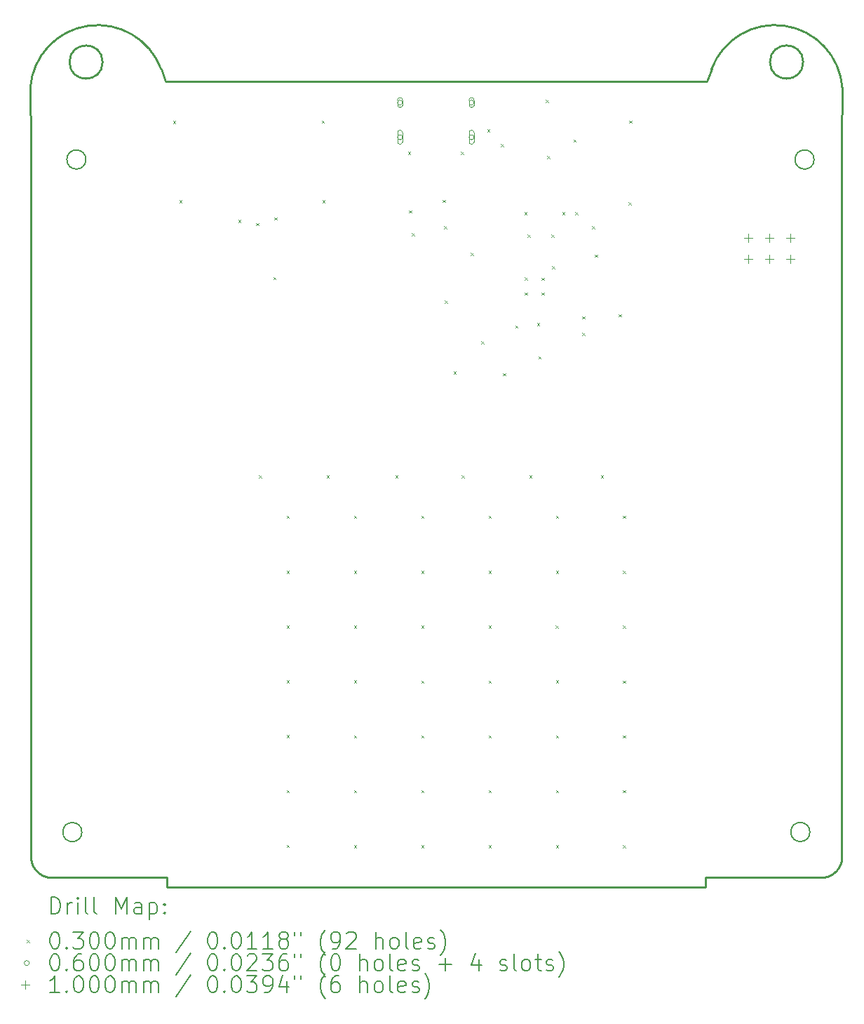
<source format=gbr>
%TF.GenerationSoftware,KiCad,Pcbnew,9.0.1*%
%TF.CreationDate,2025-04-15T01:11:24-06:00*%
%TF.ProjectId,zippy-badge,7a697070-792d-4626-9164-67652e6b6963,rev?*%
%TF.SameCoordinates,PX4d8ff50PY83b6430*%
%TF.FileFunction,Drillmap*%
%TF.FilePolarity,Positive*%
%FSLAX45Y45*%
G04 Gerber Fmt 4.5, Leading zero omitted, Abs format (unit mm)*
G04 Created by KiCad (PCBNEW 9.0.1) date 2025-04-15 01:11:24*
%MOMM*%
%LPD*%
G01*
G04 APERTURE LIST*
%ADD10C,0.250000*%
%ADD11C,0.200000*%
%ADD12C,0.100000*%
G04 APERTURE END LIST*
D10*
X9800200Y8894400D02*
X9806085Y9556287D01*
X8155550Y-85874D02*
X1653150Y-85874D01*
D11*
X9414000Y578000D02*
G75*
G02*
X9184000Y578000I-115000J0D01*
G01*
X9184000Y578000D02*
G75*
G02*
X9414000Y578000I115000J0D01*
G01*
D10*
X83156Y102560D02*
X82649Y103067D01*
X82144Y103574D01*
X81641Y104083D01*
X81139Y104593D01*
X80640Y105105D01*
X80141Y105617D01*
X79644Y106131D01*
X79149Y106646D01*
X78656Y107162D01*
X78163Y107679D01*
X77673Y108198D01*
X77184Y108718D01*
X76697Y109239D01*
X76212Y109761D01*
X75728Y110284D01*
X75245Y110809D01*
X74764Y111335D01*
X74285Y111862D01*
X73807Y112391D01*
X73331Y112920D01*
X72857Y113451D01*
X72384Y113983D01*
X71912Y114517D01*
X71443Y115051D01*
X70974Y115587D01*
X70508Y116124D01*
X70043Y116662D01*
X69579Y117202D01*
X69117Y117743D01*
X68657Y118285D01*
X68198Y118828D01*
X67741Y119373D01*
X67285Y119919D01*
X66831Y120466D01*
X66378Y121014D01*
X65927Y121564D01*
X65477Y122115D01*
X65029Y122667D01*
X64583Y123221D01*
X64138Y123776D01*
X63694Y124332D01*
X63253Y124889D01*
X62812Y125448D01*
X62373Y126008D01*
X61936Y126569D01*
X61500Y127131D01*
X61066Y127695D01*
X60634Y128260D01*
X60202Y128827D01*
X59773Y129394D01*
X59345Y129963D01*
X58918Y130534D01*
X58493Y131105D01*
X58069Y131678D01*
X57647Y132253D01*
X57227Y132828D01*
X56808Y133405D01*
X56390Y133983D01*
X55974Y134563D01*
X55560Y135144D01*
X55147Y135726D01*
X54735Y136309D01*
X54325Y136894D01*
X53917Y137480D01*
X53510Y138068D01*
X53105Y138657D01*
X52701Y139247D01*
X52298Y139839D01*
X51601Y140872D01*
X8500Y8894400D02*
X2817Y9555986D01*
D11*
X674000Y8690000D02*
G75*
G02*
X444000Y8690000I-115000J0D01*
G01*
X444000Y8690000D02*
G75*
G02*
X674000Y8690000I115000J0D01*
G01*
D10*
X9800200Y8894400D02*
X9800200Y282426D01*
X51601Y140872D02*
X50814Y142051D01*
X50034Y143236D01*
X49259Y144426D01*
X48490Y145621D01*
X47728Y146822D01*
X46972Y148028D01*
X46222Y149238D01*
X45478Y150454D01*
X44741Y151675D01*
X44010Y152900D01*
X43286Y154130D01*
X42569Y155364D01*
X41858Y156603D01*
X41154Y157846D01*
X40457Y159093D01*
X39766Y160344D01*
X39083Y161600D01*
X38407Y162859D01*
X37737Y164122D01*
X37075Y165388D01*
X36420Y166659D01*
X35772Y167932D01*
X35451Y168570D01*
X35132Y169209D01*
X34814Y169849D01*
X34498Y170489D01*
X34184Y171130D01*
X33873Y171772D01*
X33562Y172415D01*
X33254Y173058D01*
X32948Y173703D01*
X32643Y174347D01*
X32341Y174993D01*
X32040Y175639D01*
X31741Y176286D01*
X31444Y176934D01*
X31149Y177582D01*
X30856Y178230D01*
X30565Y178880D01*
X30276Y179530D01*
X29988Y180180D01*
X29703Y180831D01*
X29420Y181483D01*
X29138Y182135D01*
X28859Y182788D01*
X28581Y183441D01*
X28306Y184095D01*
X28032Y184749D01*
X28000Y184825D01*
X9795311Y232831D02*
X9795031Y231446D01*
X9794743Y230060D01*
X9794447Y228674D01*
X9794142Y227288D01*
X9793830Y225902D01*
X9793509Y224517D01*
X9793180Y223131D01*
X9792843Y221746D01*
X9792498Y220362D01*
X9792144Y218979D01*
X9791783Y217597D01*
X9791414Y216216D01*
X9791037Y214836D01*
X9790652Y213458D01*
X9790457Y212770D01*
X9790259Y212082D01*
X9790060Y211394D01*
X9789859Y210707D01*
X9789656Y210021D01*
X9789451Y209335D01*
X9789244Y208650D01*
X9789035Y207965D01*
X9788824Y207281D01*
X9788611Y206597D01*
X9788397Y205914D01*
X9788180Y205232D01*
X9787962Y204550D01*
X9787741Y203869D01*
X9787519Y203189D01*
X9787295Y202509D01*
X9787069Y201830D01*
X9786842Y201152D01*
X9786612Y200475D01*
X9786381Y199799D01*
X9786147Y199123D01*
X9785912Y198449D01*
X9785675Y197775D01*
X9785437Y197102D01*
X9785196Y196430D01*
X9784954Y195759D01*
X9784710Y195089D01*
X9784464Y194419D01*
X9784216Y193751D01*
X9783967Y193084D01*
X9783716Y192418D01*
X9783463Y191753D01*
X9783208Y191089D01*
X9782952Y190426D01*
X9782694Y189764D01*
X9782434Y189103D01*
X9782173Y188444D01*
X9781910Y187785D01*
X9781645Y187128D01*
X9781378Y186472D01*
X9781110Y185817D01*
X9780840Y185163D01*
X9780786Y185032D01*
X8155550Y28426D02*
X8155550Y-85874D01*
X875902Y9865684D02*
G75*
G02*
X475902Y9865684I-200000J0D01*
G01*
X475902Y9865684D02*
G75*
G02*
X875902Y9865684I200000J0D01*
G01*
X165468Y47691D02*
X164806Y47965D01*
X164146Y48241D01*
X163487Y48519D01*
X162828Y48799D01*
X162171Y49080D01*
X161515Y49363D01*
X160860Y49648D01*
X160206Y49935D01*
X159552Y50223D01*
X158900Y50513D01*
X158249Y50805D01*
X157599Y51099D01*
X156950Y51394D01*
X156302Y51691D01*
X155654Y51990D01*
X155008Y52291D01*
X154363Y52593D01*
X153719Y52897D01*
X153076Y53203D01*
X152434Y53510D01*
X151792Y53820D01*
X151152Y54131D01*
X150513Y54443D01*
X149875Y54758D01*
X149237Y55074D01*
X148601Y55392D01*
X147966Y55712D01*
X147331Y56034D01*
X146698Y56357D01*
X146065Y56682D01*
X144803Y57337D01*
X143545Y58000D01*
X142290Y58669D01*
X141039Y59346D01*
X139792Y60029D01*
X138549Y60720D01*
X137309Y61418D01*
X136074Y62123D01*
X134841Y62835D01*
X133613Y63554D01*
X132388Y64280D01*
X131166Y65014D01*
X129948Y65754D01*
X128734Y66502D01*
X127523Y67257D01*
X126316Y68019D01*
X125113Y68789D01*
X123913Y69566D01*
X122716Y70350D01*
X121751Y70989D01*
X1636640Y9629626D02*
X8172060Y9629626D01*
X1653150Y28426D02*
X262500Y28426D01*
X121751Y70989D02*
X120580Y71773D01*
X119411Y72566D01*
X118244Y73366D01*
X117080Y74175D01*
X115919Y74991D01*
X114761Y75815D01*
X113606Y76647D01*
X112454Y77486D01*
X111306Y78333D01*
X110161Y79186D01*
X109020Y80047D01*
X107883Y80916D01*
X106750Y81790D01*
X105621Y82672D01*
X104497Y83561D01*
X103377Y84456D01*
X102262Y85357D01*
X101152Y86265D01*
X100599Y86721D01*
X100047Y87179D01*
X99497Y87638D01*
X98948Y88098D01*
X98400Y88561D01*
X97854Y89024D01*
X97309Y89489D01*
X96765Y89956D01*
X96223Y90424D01*
X95682Y90893D01*
X95143Y91363D01*
X94605Y91836D01*
X94069Y92309D01*
X93535Y92783D01*
X93002Y93259D01*
X92470Y93737D01*
X91940Y94215D01*
X91412Y94695D01*
X90885Y95176D01*
X90360Y95658D01*
X89837Y96141D01*
X89315Y96626D01*
X88795Y97111D01*
X88276Y97598D01*
X87760Y98086D01*
X87245Y98575D01*
X86732Y99065D01*
X86221Y99556D01*
X85711Y100048D01*
X85204Y100542D01*
X84698Y101036D01*
X84194Y101531D01*
X83692Y102027D01*
X83192Y102525D01*
X83156Y102560D01*
X9725671Y102687D02*
X9724672Y101695D01*
X9723667Y100708D01*
X9722654Y99726D01*
X9721636Y98748D01*
X9720611Y97775D01*
X9719579Y96808D01*
X9718541Y95845D01*
X9717497Y94887D01*
X9716446Y93934D01*
X9715389Y92987D01*
X9714326Y92044D01*
X9713257Y91107D01*
X9712182Y90175D01*
X9711100Y89249D01*
X9710013Y88328D01*
X9708920Y87413D01*
X9707822Y86503D01*
X9706717Y85599D01*
X9705607Y84701D01*
X9704491Y83808D01*
X9703370Y82921D01*
X9702243Y82040D01*
X9701111Y81165D01*
X9699974Y80296D01*
X9698831Y79433D01*
X9697683Y78576D01*
X9696530Y77725D01*
X9695372Y76881D01*
X9694209Y76043D01*
X9693041Y75211D01*
X9691868Y74385D01*
X9690691Y73566D01*
X9689509Y72753D01*
X9688322Y71947D01*
X9687131Y71148D01*
X9685935Y70355D01*
X9685335Y69961D01*
X9684735Y69569D01*
X9684133Y69178D01*
X9683530Y68790D01*
X9682926Y68402D01*
X9682321Y68017D01*
X9681716Y67633D01*
X9681109Y67251D01*
X9680501Y66871D01*
X9679892Y66492D01*
X9679282Y66115D01*
X9678671Y65740D01*
X9678059Y65367D01*
X9677446Y64995D01*
X9676832Y64626D01*
X9676217Y64257D01*
X9675602Y63891D01*
X9674985Y63527D01*
X9674367Y63164D01*
X9673749Y62803D01*
X9673130Y62444D01*
X9672509Y62086D01*
X9671888Y61731D01*
X9671266Y61377D01*
X9670643Y61025D01*
X9670020Y60675D01*
X9669395Y60327D01*
X9668770Y59980D01*
X9668143Y59636D01*
X9667516Y59293D01*
X9666889Y58952D01*
X9666260Y58613D01*
X9665631Y58276D01*
X9665000Y57940D01*
X9664370Y57607D01*
X9663738Y57275D01*
X9663106Y56945D01*
X9662472Y56617D01*
X9661839Y56291D01*
X9661204Y55967D01*
X9660569Y55645D01*
X9659933Y55324D01*
X9659296Y55006D01*
X9658659Y54689D01*
X9658021Y54375D01*
X9657383Y54062D01*
X9656744Y53751D01*
X9656104Y53442D01*
X9655463Y53135D01*
X9654822Y52830D01*
X9654181Y52527D01*
X9653538Y52226D01*
X9652896Y51927D01*
X9652252Y51630D01*
X9651608Y51334D01*
X9650964Y51041D01*
X9650319Y50749D01*
X9649673Y50460D01*
X9649027Y50172D01*
X9648381Y49887D01*
X9647734Y49603D01*
X9647086Y49322D01*
X9646438Y49042D01*
X9645790Y48764D01*
X9645141Y48489D01*
X9644491Y48215D01*
X9643441Y47777D01*
X9757349Y141245D02*
X9756562Y140074D01*
X9755766Y138907D01*
X9754963Y137741D01*
X9754152Y136579D01*
X9753333Y135419D01*
X9752507Y134263D01*
X9751673Y133109D01*
X9750831Y131959D01*
X9749983Y130812D01*
X9749126Y129669D01*
X9748263Y128530D01*
X9747393Y127395D01*
X9746516Y126264D01*
X9745632Y125138D01*
X9744742Y124016D01*
X9743845Y122898D01*
X9742942Y121786D01*
X9742032Y120678D01*
X9741116Y119575D01*
X9740656Y119026D01*
X9740194Y118478D01*
X9739731Y117931D01*
X9739267Y117386D01*
X9738801Y116842D01*
X9738333Y116300D01*
X9737864Y115759D01*
X9737394Y115219D01*
X9736922Y114681D01*
X9736449Y114145D01*
X9735975Y113610D01*
X9735499Y113076D01*
X9735022Y112544D01*
X9734544Y112013D01*
X9734065Y111485D01*
X9733584Y110957D01*
X9733102Y110432D01*
X9732619Y109907D01*
X9732134Y109385D01*
X9731649Y108864D01*
X9731162Y108345D01*
X9730674Y107828D01*
X9730185Y107312D01*
X9729695Y106798D01*
X9729204Y106286D01*
X9728711Y105776D01*
X9728218Y105267D01*
X9727723Y104760D01*
X9727228Y104255D01*
X9726731Y103752D01*
X9726234Y103251D01*
X9725735Y102751D01*
X9725671Y102687D01*
X1580500Y9784096D02*
X1636640Y9629626D01*
X8500Y282426D02*
X8500Y8894400D01*
X2817Y9555986D02*
G75*
G02*
X1580499Y9784095I814030J-60161D01*
G01*
X9643441Y47777D02*
X9642132Y47239D01*
X9640820Y46708D01*
X9639503Y46184D01*
X9638183Y45667D01*
X9636860Y45158D01*
X9635532Y44655D01*
X9634202Y44160D01*
X9632867Y43672D01*
X9631529Y43192D01*
X9630188Y42718D01*
X9628844Y42252D01*
X9627496Y41794D01*
X9626146Y41343D01*
X9624792Y40899D01*
X9623435Y40462D01*
X9622075Y40033D01*
X9620713Y39612D01*
X9619347Y39198D01*
X9617979Y38791D01*
X9616608Y38392D01*
X9615235Y38001D01*
X9613859Y37617D01*
X9613170Y37428D01*
X9612480Y37241D01*
X9611790Y37056D01*
X9611099Y36873D01*
X9610408Y36691D01*
X9609716Y36512D01*
X9609024Y36334D01*
X9608331Y36159D01*
X9607637Y35985D01*
X9606943Y35813D01*
X9606249Y35643D01*
X9605554Y35475D01*
X9604858Y35309D01*
X9604162Y35145D01*
X9603465Y34983D01*
X9602768Y34823D01*
X9602070Y34665D01*
X9601372Y34509D01*
X9600674Y34354D01*
X9599975Y34202D01*
X9599275Y34052D01*
X9598576Y33903D01*
X9597875Y33757D01*
X9597175Y33612D01*
X9596473Y33470D01*
X9595772Y33329D01*
X9595070Y33190D01*
X9594368Y33054D01*
X9593665Y32919D01*
X9592962Y32786D01*
X9592259Y32655D01*
X9591555Y32526D01*
X9590851Y32399D01*
X9590147Y32275D01*
X9589442Y32152D01*
X9588737Y32031D01*
X9588032Y31912D01*
X9587326Y31795D01*
X9586620Y31680D01*
X9585914Y31567D01*
X9585208Y31456D01*
X9584501Y31347D01*
X9583794Y31240D01*
X9583087Y31134D01*
X9582380Y31031D01*
X9581672Y30930D01*
X9580964Y30831D01*
X9580256Y30734D01*
X9579548Y30639D01*
X9578839Y30546D01*
X9578131Y30455D01*
X9577422Y30366D01*
X9576713Y30278D01*
X9576004Y30193D01*
X9575295Y30110D01*
X9574585Y30029D01*
X9573876Y29950D01*
X9573166Y29873D01*
X9572456Y29797D01*
X9571746Y29724D01*
X9571037Y29653D01*
X9570326Y29584D01*
X9569616Y29517D01*
X9568906Y29452D01*
X9568196Y29389D01*
X9567486Y29327D01*
X9566775Y29268D01*
X9566065Y29211D01*
X9565355Y29156D01*
X9564644Y29103D01*
X9563934Y29052D01*
X9563223Y29003D01*
X9562513Y28956D01*
X9561802Y28911D01*
X9561092Y28867D01*
X9560382Y28826D01*
X9559671Y28787D01*
X9558961Y28750D01*
X9558251Y28715D01*
X9557541Y28682D01*
X9556831Y28651D01*
X9556120Y28622D01*
X9555411Y28595D01*
X9554701Y28570D01*
X9553991Y28547D01*
X9553281Y28526D01*
X9552572Y28507D01*
X9551862Y28490D01*
X9551153Y28475D01*
X9550444Y28462D01*
X9549735Y28451D01*
X9549026Y28442D01*
X9548318Y28435D01*
X9547609Y28430D01*
X9546200Y28426D01*
X213106Y33275D02*
X211719Y33554D01*
X210332Y33841D01*
X208945Y34137D01*
X207558Y34440D01*
X206171Y34752D01*
X204785Y35072D01*
X203399Y35400D01*
X202014Y35736D01*
X200629Y36080D01*
X199246Y36432D01*
X197864Y36792D01*
X196483Y37160D01*
X195103Y37535D01*
X194414Y37726D01*
X193725Y37919D01*
X193037Y38114D01*
X192349Y38310D01*
X191661Y38509D01*
X190975Y38710D01*
X190288Y38912D01*
X189602Y39117D01*
X188917Y39323D01*
X188232Y39531D01*
X187548Y39742D01*
X186865Y39954D01*
X186182Y40168D01*
X185500Y40384D01*
X184818Y40601D01*
X184137Y40821D01*
X183457Y41043D01*
X182777Y41266D01*
X182099Y41491D01*
X181421Y41718D01*
X180744Y41947D01*
X180067Y42178D01*
X179392Y42411D01*
X178717Y42645D01*
X178043Y42882D01*
X177370Y43120D01*
X176698Y43360D01*
X176027Y43601D01*
X175357Y43845D01*
X174688Y44090D01*
X174019Y44337D01*
X173352Y44586D01*
X172686Y44837D01*
X172020Y45089D01*
X171356Y45343D01*
X170693Y45599D01*
X170031Y45857D01*
X169369Y46116D01*
X168709Y46377D01*
X168050Y46640D01*
X167393Y46904D01*
X166736Y47170D01*
X165468Y47691D01*
X28000Y184825D02*
X27461Y186132D01*
X26928Y187444D01*
X26402Y188759D01*
X25883Y190078D01*
X25372Y191401D01*
X24868Y192727D01*
X24371Y194057D01*
X23881Y195390D01*
X23398Y196727D01*
X22923Y198067D01*
X22455Y199411D01*
X21994Y200758D01*
X21541Y202108D01*
X21095Y203461D01*
X20656Y204817D01*
X20225Y206176D01*
X19802Y207538D01*
X19386Y208903D01*
X18977Y210270D01*
X18576Y211641D01*
X18183Y213014D01*
X17989Y213701D01*
X17797Y214389D01*
X17607Y215078D01*
X17418Y215767D01*
X17232Y216457D01*
X17048Y217148D01*
X16865Y217839D01*
X16685Y218530D01*
X16506Y219223D01*
X16329Y219915D01*
X16155Y220609D01*
X15982Y221303D01*
X15811Y221997D01*
X15642Y222692D01*
X15475Y223387D01*
X15310Y224083D01*
X15147Y224780D01*
X14985Y225477D01*
X14826Y226174D01*
X14669Y226872D01*
X14513Y227571D01*
X14360Y228270D01*
X14208Y228969D01*
X14059Y229669D01*
X13911Y230369D01*
X13765Y231069D01*
X13622Y231770D01*
X13480Y232472D01*
X13340Y233173D01*
X13202Y233876D01*
X13067Y234578D01*
X12933Y235281D01*
X12801Y235984D01*
X12671Y236688D01*
X12543Y237392D01*
X12417Y238096D01*
X12293Y238801D01*
X12171Y239506D01*
X12051Y240211D01*
X11933Y240917D01*
X11817Y241622D01*
X11703Y242328D01*
X11590Y243035D01*
X11480Y243741D01*
X11372Y244448D01*
X11266Y245155D01*
X11162Y245863D01*
X11060Y246570D01*
X10959Y247278D01*
X10861Y247986D01*
X10765Y248694D01*
X10671Y249403D01*
X10579Y250111D01*
X10488Y250820D01*
X10400Y251529D01*
X10314Y252238D01*
X10230Y252947D01*
X10147Y253656D01*
X10067Y254366D01*
X9989Y255076D01*
X9912Y255785D01*
X9838Y256495D01*
X9766Y257205D01*
X9696Y257915D01*
X9627Y258625D01*
X9561Y259335D01*
X9497Y260045D01*
X9435Y260756D01*
X9375Y261466D01*
X9316Y262176D01*
X9260Y262887D01*
X9206Y263597D01*
X9154Y264307D01*
X9103Y265018D01*
X9055Y265728D01*
X9009Y266439D01*
X8965Y267149D01*
X8923Y267859D01*
X8882Y268570D01*
X8844Y269280D01*
X8808Y269990D01*
X8774Y270700D01*
X8742Y271410D01*
X8712Y272120D01*
X8684Y272830D01*
X8657Y273540D01*
X8633Y274250D01*
X8611Y274959D01*
X8591Y275669D01*
X8573Y276378D01*
X8557Y277087D01*
X8543Y277796D01*
X8531Y278505D01*
X8521Y279214D01*
X8513Y279923D01*
X8506Y280631D01*
X8502Y281339D01*
X8500Y282047D01*
X8500Y282426D01*
X9333000Y9866000D02*
G75*
G02*
X8933000Y9866000I-200000J0D01*
G01*
X8933000Y9866000D02*
G75*
G02*
X9333000Y9866000I200000J0D01*
G01*
X8228402Y9784412D02*
G75*
G02*
X9806084Y9556302I763652J-288271D01*
G01*
X1653150Y28426D02*
X1653150Y-85874D01*
D11*
X625000Y577000D02*
G75*
G02*
X395000Y577000I-115000J0D01*
G01*
X395000Y577000D02*
G75*
G02*
X625000Y577000I115000J0D01*
G01*
D10*
X8172060Y9629626D02*
X8228402Y9784412D01*
X9546200Y28426D02*
X8155550Y28426D01*
X262500Y28426D02*
X261784Y28427D01*
X261068Y28430D01*
X260353Y28435D01*
X259638Y28442D01*
X258923Y28451D01*
X258208Y28462D01*
X257494Y28475D01*
X256780Y28490D01*
X256066Y28507D01*
X255353Y28526D01*
X253927Y28570D01*
X252502Y28622D01*
X251078Y28681D01*
X249655Y28749D01*
X248233Y28825D01*
X246812Y28909D01*
X245392Y29000D01*
X243972Y29100D01*
X242554Y29208D01*
X241137Y29323D01*
X239720Y29447D01*
X238305Y29578D01*
X236890Y29717D01*
X235476Y29865D01*
X234062Y30020D01*
X232650Y30183D01*
X231238Y30355D01*
X229827Y30534D01*
X228416Y30721D01*
X227006Y30916D01*
X225597Y31119D01*
X224188Y31330D01*
X222780Y31550D01*
X221372Y31777D01*
X219965Y32012D01*
X218559Y32255D01*
X217153Y32506D01*
X215747Y32766D01*
X214342Y33033D01*
X213106Y33275D01*
D11*
X9465000Y8690000D02*
G75*
G02*
X9235000Y8690000I-115000J0D01*
G01*
X9235000Y8690000D02*
G75*
G02*
X9465000Y8690000I115000J0D01*
G01*
D10*
X9800200Y282426D02*
X9800199Y281710D01*
X9800196Y280994D01*
X9800191Y280279D01*
X9800184Y279564D01*
X9800175Y278849D01*
X9800164Y278134D01*
X9800151Y277420D01*
X9800136Y276706D01*
X9800119Y275992D01*
X9800100Y275278D01*
X9800079Y274565D01*
X9800056Y273852D01*
X9800004Y272427D01*
X9799945Y271003D01*
X9799877Y269580D01*
X9799801Y268158D01*
X9799717Y266737D01*
X9799626Y265317D01*
X9799526Y263898D01*
X9799418Y262480D01*
X9799303Y261063D01*
X9799179Y259646D01*
X9799048Y258231D01*
X9798909Y256816D01*
X9798761Y255402D01*
X9798606Y253988D01*
X9798443Y252576D01*
X9798272Y251164D01*
X9798092Y249753D01*
X9797905Y248342D01*
X9797710Y246933D01*
X9797507Y245523D01*
X9797296Y244115D01*
X9797077Y242707D01*
X9796849Y241299D01*
X9796614Y239892D01*
X9796371Y238486D01*
X9796120Y237080D01*
X9795860Y235674D01*
X9795593Y234269D01*
X9795318Y232864D01*
X9795311Y232831D01*
X9780786Y185032D02*
X9780510Y184371D01*
X9780233Y183711D01*
X9779954Y183052D01*
X9779673Y182394D01*
X9779391Y181738D01*
X9779107Y181082D01*
X9778821Y180427D01*
X9778533Y179773D01*
X9778244Y179120D01*
X9777953Y178469D01*
X9777660Y177818D01*
X9777365Y177168D01*
X9777069Y176520D01*
X9776771Y175872D01*
X9776471Y175225D01*
X9776169Y174580D01*
X9775866Y173935D01*
X9775561Y173291D01*
X9775254Y172648D01*
X9774946Y172007D01*
X9774635Y171366D01*
X9774323Y170726D01*
X9774010Y170087D01*
X9773694Y169450D01*
X9773377Y168813D01*
X9773058Y168177D01*
X9772737Y167542D01*
X9772415Y166908D01*
X9772090Y166275D01*
X9771764Y165643D01*
X9771107Y164382D01*
X9770443Y163125D01*
X9769771Y161871D01*
X9769093Y160622D01*
X9768407Y159376D01*
X9767715Y158133D01*
X9767015Y156895D01*
X9766308Y155660D01*
X9765594Y154429D01*
X9764873Y153201D01*
X9764145Y151978D01*
X9763410Y150757D01*
X9762667Y149541D01*
X9761918Y148328D01*
X9761161Y147118D01*
X9760397Y145912D01*
X9759625Y144710D01*
X9758847Y143511D01*
X9758061Y142316D01*
X9757349Y141245D01*
D11*
D12*
X1724000Y9158000D02*
X1754000Y9128000D01*
X1754000Y9158000D02*
X1724000Y9128000D01*
X1801000Y8198000D02*
X1831000Y8168000D01*
X1831000Y8198000D02*
X1801000Y8168000D01*
X2513000Y7961000D02*
X2543000Y7931000D01*
X2543000Y7961000D02*
X2513000Y7931000D01*
X2727000Y7925000D02*
X2757000Y7895000D01*
X2757000Y7925000D02*
X2727000Y7895000D01*
X2765000Y4883000D02*
X2795000Y4853000D01*
X2795000Y4883000D02*
X2765000Y4853000D01*
X2937000Y7272000D02*
X2967000Y7242000D01*
X2967000Y7272000D02*
X2937000Y7242000D01*
X2950000Y7992000D02*
X2980000Y7962000D01*
X2980000Y7992000D02*
X2950000Y7962000D01*
X3098000Y3071000D02*
X3128000Y3041000D01*
X3128000Y3071000D02*
X3098000Y3041000D01*
X3099000Y4394000D02*
X3129000Y4364000D01*
X3129000Y4394000D02*
X3099000Y4364000D01*
X3099000Y3731000D02*
X3129000Y3701000D01*
X3129000Y3731000D02*
X3099000Y3701000D01*
X3099000Y2408000D02*
X3129000Y2378000D01*
X3129000Y2408000D02*
X3099000Y2378000D01*
X3099000Y1746000D02*
X3129000Y1716000D01*
X3129000Y1746000D02*
X3099000Y1716000D01*
X3099000Y1084000D02*
X3129000Y1054000D01*
X3129000Y1084000D02*
X3099000Y1054000D01*
X3099000Y422000D02*
X3129000Y392000D01*
X3129000Y422000D02*
X3099000Y392000D01*
X3520000Y9160000D02*
X3550000Y9130000D01*
X3550000Y9160000D02*
X3520000Y9130000D01*
X3529000Y8198000D02*
X3559000Y8168000D01*
X3559000Y8198000D02*
X3529000Y8168000D01*
X3581000Y4883000D02*
X3611000Y4853000D01*
X3611000Y4883000D02*
X3581000Y4853000D01*
X3910000Y3070000D02*
X3940000Y3040000D01*
X3940000Y3070000D02*
X3910000Y3040000D01*
X3911000Y4393000D02*
X3941000Y4363000D01*
X3941000Y4393000D02*
X3911000Y4363000D01*
X3911000Y3730000D02*
X3941000Y3700000D01*
X3941000Y3730000D02*
X3911000Y3700000D01*
X3911000Y2407000D02*
X3941000Y2377000D01*
X3941000Y2407000D02*
X3911000Y2377000D01*
X3911000Y1745000D02*
X3941000Y1715000D01*
X3941000Y1745000D02*
X3911000Y1715000D01*
X3911000Y1083000D02*
X3941000Y1053000D01*
X3941000Y1083000D02*
X3911000Y1053000D01*
X3911000Y421000D02*
X3941000Y391000D01*
X3941000Y421000D02*
X3911000Y391000D01*
X4411000Y4883000D02*
X4441000Y4853000D01*
X4441000Y4883000D02*
X4411000Y4853000D01*
X4563000Y8783000D02*
X4593000Y8753000D01*
X4593000Y8783000D02*
X4563000Y8753000D01*
X4574000Y8076000D02*
X4604000Y8046000D01*
X4604000Y8076000D02*
X4574000Y8046000D01*
X4610000Y7804000D02*
X4640000Y7774000D01*
X4640000Y7804000D02*
X4610000Y7774000D01*
X4722000Y3069000D02*
X4752000Y3039000D01*
X4752000Y3069000D02*
X4722000Y3039000D01*
X4723000Y4392000D02*
X4753000Y4362000D01*
X4753000Y4392000D02*
X4723000Y4362000D01*
X4723000Y3729000D02*
X4753000Y3699000D01*
X4753000Y3729000D02*
X4723000Y3699000D01*
X4723000Y2406000D02*
X4753000Y2376000D01*
X4753000Y2406000D02*
X4723000Y2376000D01*
X4723000Y1744000D02*
X4753000Y1714000D01*
X4753000Y1744000D02*
X4723000Y1714000D01*
X4723000Y1082000D02*
X4753000Y1052000D01*
X4753000Y1082000D02*
X4723000Y1052000D01*
X4723000Y420000D02*
X4753000Y390000D01*
X4753000Y420000D02*
X4723000Y390000D01*
X4980000Y8205000D02*
X5010000Y8175000D01*
X5010000Y8205000D02*
X4980000Y8175000D01*
X4997000Y7886000D02*
X5027000Y7856000D01*
X5027000Y7886000D02*
X4997000Y7856000D01*
X5006000Y6988000D02*
X5036000Y6958000D01*
X5036000Y6988000D02*
X5006000Y6958000D01*
X5114000Y6134000D02*
X5144000Y6104000D01*
X5144000Y6134000D02*
X5114000Y6104000D01*
X5203000Y8785000D02*
X5233000Y8755000D01*
X5233000Y8785000D02*
X5203000Y8755000D01*
X5210000Y4883000D02*
X5240000Y4853000D01*
X5240000Y4883000D02*
X5210000Y4853000D01*
X5321000Y7566000D02*
X5351000Y7536000D01*
X5351000Y7566000D02*
X5321000Y7536000D01*
X5449000Y6498000D02*
X5479000Y6468000D01*
X5479000Y6498000D02*
X5449000Y6468000D01*
X5519000Y9055000D02*
X5549000Y9025000D01*
X5549000Y9055000D02*
X5519000Y9025000D01*
X5534000Y3069000D02*
X5564000Y3039000D01*
X5564000Y3069000D02*
X5534000Y3039000D01*
X5535000Y4392000D02*
X5565000Y4362000D01*
X5565000Y4392000D02*
X5535000Y4362000D01*
X5535000Y3729000D02*
X5565000Y3699000D01*
X5565000Y3729000D02*
X5535000Y3699000D01*
X5535000Y2406000D02*
X5565000Y2376000D01*
X5565000Y2406000D02*
X5535000Y2376000D01*
X5535000Y1744000D02*
X5565000Y1714000D01*
X5565000Y1744000D02*
X5535000Y1714000D01*
X5535000Y1082000D02*
X5565000Y1052000D01*
X5565000Y1082000D02*
X5535000Y1052000D01*
X5535000Y420000D02*
X5565000Y390000D01*
X5565000Y420000D02*
X5535000Y390000D01*
X5683000Y8877000D02*
X5713000Y8847000D01*
X5713000Y8877000D02*
X5683000Y8847000D01*
X5708000Y6113000D02*
X5738000Y6083000D01*
X5738000Y6113000D02*
X5708000Y6083000D01*
X5857000Y6687000D02*
X5887000Y6657000D01*
X5887000Y6687000D02*
X5857000Y6657000D01*
X5966000Y8054000D02*
X5996000Y8024000D01*
X5996000Y8054000D02*
X5966000Y8024000D01*
X5971000Y7267000D02*
X6001000Y7237000D01*
X6001000Y7267000D02*
X5971000Y7237000D01*
X5971000Y7085000D02*
X6001000Y7055000D01*
X6001000Y7085000D02*
X5971000Y7055000D01*
X6003500Y7782500D02*
X6033500Y7752500D01*
X6033500Y7782500D02*
X6003500Y7752500D01*
X6027000Y4883000D02*
X6057000Y4853000D01*
X6057000Y4883000D02*
X6027000Y4853000D01*
X6118250Y6716250D02*
X6148250Y6686250D01*
X6148250Y6716250D02*
X6118250Y6686250D01*
X6137000Y6317000D02*
X6167000Y6287000D01*
X6167000Y6317000D02*
X6137000Y6287000D01*
X6176000Y7266000D02*
X6206000Y7236000D01*
X6206000Y7266000D02*
X6176000Y7236000D01*
X6176000Y7085000D02*
X6206000Y7055000D01*
X6206000Y7085000D02*
X6176000Y7055000D01*
X6225000Y9411000D02*
X6255000Y9381000D01*
X6255000Y9411000D02*
X6225000Y9381000D01*
X6241000Y8732000D02*
X6271000Y8702000D01*
X6271000Y8732000D02*
X6241000Y8702000D01*
X6295000Y7783000D02*
X6325000Y7753000D01*
X6325000Y7783000D02*
X6295000Y7753000D01*
X6304000Y7404000D02*
X6334000Y7374000D01*
X6334000Y7404000D02*
X6304000Y7374000D01*
X6346000Y3070000D02*
X6376000Y3040000D01*
X6376000Y3070000D02*
X6346000Y3040000D01*
X6347000Y4393000D02*
X6377000Y4363000D01*
X6377000Y4393000D02*
X6347000Y4363000D01*
X6347000Y3730000D02*
X6377000Y3700000D01*
X6377000Y3730000D02*
X6347000Y3700000D01*
X6347000Y2407000D02*
X6377000Y2377000D01*
X6377000Y2407000D02*
X6347000Y2377000D01*
X6347000Y1745000D02*
X6377000Y1715000D01*
X6377000Y1745000D02*
X6347000Y1715000D01*
X6347000Y1083000D02*
X6377000Y1053000D01*
X6377000Y1083000D02*
X6347000Y1053000D01*
X6347000Y421000D02*
X6377000Y391000D01*
X6377000Y421000D02*
X6347000Y391000D01*
X6424000Y8054000D02*
X6454000Y8024000D01*
X6454000Y8054000D02*
X6424000Y8024000D01*
X6560000Y8932000D02*
X6590000Y8902000D01*
X6590000Y8932000D02*
X6560000Y8902000D01*
X6583000Y8054000D02*
X6613000Y8024000D01*
X6613000Y8054000D02*
X6583000Y8024000D01*
X6668000Y6800000D02*
X6698000Y6770000D01*
X6698000Y6800000D02*
X6668000Y6770000D01*
X6668000Y6598000D02*
X6698000Y6568000D01*
X6698000Y6598000D02*
X6668000Y6568000D01*
X6786000Y7886000D02*
X6816000Y7856000D01*
X6816000Y7886000D02*
X6786000Y7856000D01*
X6820000Y7545000D02*
X6850000Y7515000D01*
X6850000Y7545000D02*
X6820000Y7515000D01*
X6891000Y4883000D02*
X6921000Y4853000D01*
X6921000Y4883000D02*
X6891000Y4853000D01*
X7108000Y6822000D02*
X7138000Y6792000D01*
X7138000Y6822000D02*
X7108000Y6792000D01*
X7158000Y3069000D02*
X7188000Y3039000D01*
X7188000Y3069000D02*
X7158000Y3039000D01*
X7159000Y4392000D02*
X7189000Y4362000D01*
X7189000Y4392000D02*
X7159000Y4362000D01*
X7159000Y3729000D02*
X7189000Y3699000D01*
X7189000Y3729000D02*
X7159000Y3699000D01*
X7159000Y2406000D02*
X7189000Y2376000D01*
X7189000Y2406000D02*
X7159000Y2376000D01*
X7159000Y1744000D02*
X7189000Y1714000D01*
X7189000Y1744000D02*
X7159000Y1714000D01*
X7159000Y1082000D02*
X7189000Y1052000D01*
X7189000Y1082000D02*
X7159000Y1052000D01*
X7159000Y420000D02*
X7189000Y390000D01*
X7189000Y420000D02*
X7159000Y390000D01*
X7223000Y8173000D02*
X7253000Y8143000D01*
X7253000Y8173000D02*
X7223000Y8143000D01*
X7234000Y9161000D02*
X7264000Y9131000D01*
X7264000Y9161000D02*
X7234000Y9131000D01*
X4496000Y9377000D02*
G75*
G02*
X4436000Y9377000I-30000J0D01*
G01*
X4436000Y9377000D02*
G75*
G02*
X4496000Y9377000I30000J0D01*
G01*
X4496000Y9347000D02*
X4496000Y9407000D01*
X4436000Y9407000D02*
G75*
G02*
X4496000Y9407000I30000J0D01*
G01*
X4436000Y9407000D02*
X4436000Y9347000D01*
X4436000Y9347000D02*
G75*
G03*
X4496000Y9347000I30000J0D01*
G01*
X4496000Y8959000D02*
G75*
G02*
X4436000Y8959000I-30000J0D01*
G01*
X4436000Y8959000D02*
G75*
G02*
X4496000Y8959000I30000J0D01*
G01*
X4496000Y8904000D02*
X4496000Y9014000D01*
X4436000Y9014000D02*
G75*
G02*
X4496000Y9014000I30000J0D01*
G01*
X4436000Y9014000D02*
X4436000Y8904000D01*
X4436000Y8904000D02*
G75*
G03*
X4496000Y8904000I30000J0D01*
G01*
X5360000Y9377000D02*
G75*
G02*
X5300000Y9377000I-30000J0D01*
G01*
X5300000Y9377000D02*
G75*
G02*
X5360000Y9377000I30000J0D01*
G01*
X5360000Y9347000D02*
X5360000Y9407000D01*
X5300000Y9407000D02*
G75*
G02*
X5360000Y9407000I30000J0D01*
G01*
X5300000Y9407000D02*
X5300000Y9347000D01*
X5300000Y9347000D02*
G75*
G03*
X5360000Y9347000I30000J0D01*
G01*
X5360000Y8959000D02*
G75*
G02*
X5300000Y8959000I-30000J0D01*
G01*
X5300000Y8959000D02*
G75*
G02*
X5360000Y8959000I30000J0D01*
G01*
X5360000Y8904000D02*
X5360000Y9014000D01*
X5300000Y9014000D02*
G75*
G02*
X5360000Y9014000I30000J0D01*
G01*
X5300000Y9014000D02*
X5300000Y8904000D01*
X5300000Y8904000D02*
G75*
G03*
X5360000Y8904000I30000J0D01*
G01*
X8669000Y7791000D02*
X8669000Y7691000D01*
X8619000Y7741000D02*
X8719000Y7741000D01*
X8669000Y7537000D02*
X8669000Y7437000D01*
X8619000Y7487000D02*
X8719000Y7487000D01*
X8923000Y7791000D02*
X8923000Y7691000D01*
X8873000Y7741000D02*
X8973000Y7741000D01*
X8923000Y7537000D02*
X8923000Y7437000D01*
X8873000Y7487000D02*
X8973000Y7487000D01*
X9177000Y7791000D02*
X9177000Y7691000D01*
X9127000Y7741000D02*
X9227000Y7741000D01*
X9177000Y7537000D02*
X9177000Y7437000D01*
X9127000Y7487000D02*
X9227000Y7487000D01*
D11*
X251093Y-409858D02*
X251093Y-209858D01*
X251093Y-209858D02*
X298713Y-209858D01*
X298713Y-209858D02*
X327284Y-219382D01*
X327284Y-219382D02*
X346332Y-238429D01*
X346332Y-238429D02*
X355855Y-257477D01*
X355855Y-257477D02*
X365379Y-295572D01*
X365379Y-295572D02*
X365379Y-324144D01*
X365379Y-324144D02*
X355855Y-362239D01*
X355855Y-362239D02*
X346332Y-381286D01*
X346332Y-381286D02*
X327284Y-400334D01*
X327284Y-400334D02*
X298713Y-409858D01*
X298713Y-409858D02*
X251093Y-409858D01*
X451093Y-409858D02*
X451093Y-276524D01*
X451093Y-314620D02*
X460617Y-295572D01*
X460617Y-295572D02*
X470141Y-286048D01*
X470141Y-286048D02*
X489189Y-276524D01*
X489189Y-276524D02*
X508236Y-276524D01*
X574903Y-409858D02*
X574903Y-276524D01*
X574903Y-209858D02*
X565379Y-219382D01*
X565379Y-219382D02*
X574903Y-228905D01*
X574903Y-228905D02*
X584427Y-219382D01*
X584427Y-219382D02*
X574903Y-209858D01*
X574903Y-209858D02*
X574903Y-228905D01*
X698713Y-409858D02*
X679665Y-400334D01*
X679665Y-400334D02*
X670141Y-381286D01*
X670141Y-381286D02*
X670141Y-209858D01*
X803474Y-409858D02*
X784427Y-400334D01*
X784427Y-400334D02*
X774903Y-381286D01*
X774903Y-381286D02*
X774903Y-209858D01*
X1032046Y-409858D02*
X1032046Y-209858D01*
X1032046Y-209858D02*
X1098713Y-352715D01*
X1098713Y-352715D02*
X1165379Y-209858D01*
X1165379Y-209858D02*
X1165379Y-409858D01*
X1346332Y-409858D02*
X1346332Y-305096D01*
X1346332Y-305096D02*
X1336808Y-286048D01*
X1336808Y-286048D02*
X1317760Y-276524D01*
X1317760Y-276524D02*
X1279665Y-276524D01*
X1279665Y-276524D02*
X1260617Y-286048D01*
X1346332Y-400334D02*
X1327284Y-409858D01*
X1327284Y-409858D02*
X1279665Y-409858D01*
X1279665Y-409858D02*
X1260617Y-400334D01*
X1260617Y-400334D02*
X1251094Y-381286D01*
X1251094Y-381286D02*
X1251094Y-362239D01*
X1251094Y-362239D02*
X1260617Y-343191D01*
X1260617Y-343191D02*
X1279665Y-333667D01*
X1279665Y-333667D02*
X1327284Y-333667D01*
X1327284Y-333667D02*
X1346332Y-324144D01*
X1441570Y-276524D02*
X1441570Y-476524D01*
X1441570Y-286048D02*
X1460617Y-276524D01*
X1460617Y-276524D02*
X1498713Y-276524D01*
X1498713Y-276524D02*
X1517760Y-286048D01*
X1517760Y-286048D02*
X1527284Y-295572D01*
X1527284Y-295572D02*
X1536808Y-314620D01*
X1536808Y-314620D02*
X1536808Y-371762D01*
X1536808Y-371762D02*
X1527284Y-390810D01*
X1527284Y-390810D02*
X1517760Y-400334D01*
X1517760Y-400334D02*
X1498713Y-409858D01*
X1498713Y-409858D02*
X1460617Y-409858D01*
X1460617Y-409858D02*
X1441570Y-400334D01*
X1622522Y-390810D02*
X1632046Y-400334D01*
X1632046Y-400334D02*
X1622522Y-409858D01*
X1622522Y-409858D02*
X1612998Y-400334D01*
X1612998Y-400334D02*
X1622522Y-390810D01*
X1622522Y-390810D02*
X1622522Y-409858D01*
X1622522Y-286048D02*
X1632046Y-295572D01*
X1632046Y-295572D02*
X1622522Y-305096D01*
X1622522Y-305096D02*
X1612998Y-295572D01*
X1612998Y-295572D02*
X1622522Y-286048D01*
X1622522Y-286048D02*
X1622522Y-305096D01*
D12*
X-39683Y-723374D02*
X-9683Y-753374D01*
X-9683Y-723374D02*
X-39683Y-753374D01*
D11*
X289189Y-629858D02*
X308236Y-629858D01*
X308236Y-629858D02*
X327284Y-639382D01*
X327284Y-639382D02*
X336808Y-648905D01*
X336808Y-648905D02*
X346332Y-667953D01*
X346332Y-667953D02*
X355855Y-706048D01*
X355855Y-706048D02*
X355855Y-753667D01*
X355855Y-753667D02*
X346332Y-791762D01*
X346332Y-791762D02*
X336808Y-810810D01*
X336808Y-810810D02*
X327284Y-820334D01*
X327284Y-820334D02*
X308236Y-829858D01*
X308236Y-829858D02*
X289189Y-829858D01*
X289189Y-829858D02*
X270141Y-820334D01*
X270141Y-820334D02*
X260617Y-810810D01*
X260617Y-810810D02*
X251093Y-791762D01*
X251093Y-791762D02*
X241570Y-753667D01*
X241570Y-753667D02*
X241570Y-706048D01*
X241570Y-706048D02*
X251093Y-667953D01*
X251093Y-667953D02*
X260617Y-648905D01*
X260617Y-648905D02*
X270141Y-639382D01*
X270141Y-639382D02*
X289189Y-629858D01*
X441570Y-810810D02*
X451093Y-820334D01*
X451093Y-820334D02*
X441570Y-829858D01*
X441570Y-829858D02*
X432046Y-820334D01*
X432046Y-820334D02*
X441570Y-810810D01*
X441570Y-810810D02*
X441570Y-829858D01*
X517760Y-629858D02*
X641570Y-629858D01*
X641570Y-629858D02*
X574903Y-706048D01*
X574903Y-706048D02*
X603475Y-706048D01*
X603475Y-706048D02*
X622522Y-715572D01*
X622522Y-715572D02*
X632046Y-725096D01*
X632046Y-725096D02*
X641570Y-744143D01*
X641570Y-744143D02*
X641570Y-791762D01*
X641570Y-791762D02*
X632046Y-810810D01*
X632046Y-810810D02*
X622522Y-820334D01*
X622522Y-820334D02*
X603475Y-829858D01*
X603475Y-829858D02*
X546332Y-829858D01*
X546332Y-829858D02*
X527284Y-820334D01*
X527284Y-820334D02*
X517760Y-810810D01*
X765379Y-629858D02*
X784427Y-629858D01*
X784427Y-629858D02*
X803474Y-639382D01*
X803474Y-639382D02*
X812998Y-648905D01*
X812998Y-648905D02*
X822522Y-667953D01*
X822522Y-667953D02*
X832046Y-706048D01*
X832046Y-706048D02*
X832046Y-753667D01*
X832046Y-753667D02*
X822522Y-791762D01*
X822522Y-791762D02*
X812998Y-810810D01*
X812998Y-810810D02*
X803474Y-820334D01*
X803474Y-820334D02*
X784427Y-829858D01*
X784427Y-829858D02*
X765379Y-829858D01*
X765379Y-829858D02*
X746332Y-820334D01*
X746332Y-820334D02*
X736808Y-810810D01*
X736808Y-810810D02*
X727284Y-791762D01*
X727284Y-791762D02*
X717760Y-753667D01*
X717760Y-753667D02*
X717760Y-706048D01*
X717760Y-706048D02*
X727284Y-667953D01*
X727284Y-667953D02*
X736808Y-648905D01*
X736808Y-648905D02*
X746332Y-639382D01*
X746332Y-639382D02*
X765379Y-629858D01*
X955855Y-629858D02*
X974903Y-629858D01*
X974903Y-629858D02*
X993951Y-639382D01*
X993951Y-639382D02*
X1003474Y-648905D01*
X1003474Y-648905D02*
X1012998Y-667953D01*
X1012998Y-667953D02*
X1022522Y-706048D01*
X1022522Y-706048D02*
X1022522Y-753667D01*
X1022522Y-753667D02*
X1012998Y-791762D01*
X1012998Y-791762D02*
X1003474Y-810810D01*
X1003474Y-810810D02*
X993951Y-820334D01*
X993951Y-820334D02*
X974903Y-829858D01*
X974903Y-829858D02*
X955855Y-829858D01*
X955855Y-829858D02*
X936808Y-820334D01*
X936808Y-820334D02*
X927284Y-810810D01*
X927284Y-810810D02*
X917760Y-791762D01*
X917760Y-791762D02*
X908236Y-753667D01*
X908236Y-753667D02*
X908236Y-706048D01*
X908236Y-706048D02*
X917760Y-667953D01*
X917760Y-667953D02*
X927284Y-648905D01*
X927284Y-648905D02*
X936808Y-639382D01*
X936808Y-639382D02*
X955855Y-629858D01*
X1108236Y-829858D02*
X1108236Y-696524D01*
X1108236Y-715572D02*
X1117760Y-706048D01*
X1117760Y-706048D02*
X1136808Y-696524D01*
X1136808Y-696524D02*
X1165379Y-696524D01*
X1165379Y-696524D02*
X1184427Y-706048D01*
X1184427Y-706048D02*
X1193951Y-725096D01*
X1193951Y-725096D02*
X1193951Y-829858D01*
X1193951Y-725096D02*
X1203475Y-706048D01*
X1203475Y-706048D02*
X1222522Y-696524D01*
X1222522Y-696524D02*
X1251094Y-696524D01*
X1251094Y-696524D02*
X1270141Y-706048D01*
X1270141Y-706048D02*
X1279665Y-725096D01*
X1279665Y-725096D02*
X1279665Y-829858D01*
X1374903Y-829858D02*
X1374903Y-696524D01*
X1374903Y-715572D02*
X1384427Y-706048D01*
X1384427Y-706048D02*
X1403474Y-696524D01*
X1403474Y-696524D02*
X1432046Y-696524D01*
X1432046Y-696524D02*
X1451094Y-706048D01*
X1451094Y-706048D02*
X1460617Y-725096D01*
X1460617Y-725096D02*
X1460617Y-829858D01*
X1460617Y-725096D02*
X1470141Y-706048D01*
X1470141Y-706048D02*
X1489189Y-696524D01*
X1489189Y-696524D02*
X1517760Y-696524D01*
X1517760Y-696524D02*
X1536808Y-706048D01*
X1536808Y-706048D02*
X1546332Y-725096D01*
X1546332Y-725096D02*
X1546332Y-829858D01*
X1936808Y-620334D02*
X1765379Y-877477D01*
X2193951Y-629858D02*
X2212999Y-629858D01*
X2212999Y-629858D02*
X2232046Y-639382D01*
X2232046Y-639382D02*
X2241570Y-648905D01*
X2241570Y-648905D02*
X2251094Y-667953D01*
X2251094Y-667953D02*
X2260618Y-706048D01*
X2260618Y-706048D02*
X2260618Y-753667D01*
X2260618Y-753667D02*
X2251094Y-791762D01*
X2251094Y-791762D02*
X2241570Y-810810D01*
X2241570Y-810810D02*
X2232046Y-820334D01*
X2232046Y-820334D02*
X2212999Y-829858D01*
X2212999Y-829858D02*
X2193951Y-829858D01*
X2193951Y-829858D02*
X2174903Y-820334D01*
X2174903Y-820334D02*
X2165379Y-810810D01*
X2165379Y-810810D02*
X2155856Y-791762D01*
X2155856Y-791762D02*
X2146332Y-753667D01*
X2146332Y-753667D02*
X2146332Y-706048D01*
X2146332Y-706048D02*
X2155856Y-667953D01*
X2155856Y-667953D02*
X2165379Y-648905D01*
X2165379Y-648905D02*
X2174903Y-639382D01*
X2174903Y-639382D02*
X2193951Y-629858D01*
X2346332Y-810810D02*
X2355856Y-820334D01*
X2355856Y-820334D02*
X2346332Y-829858D01*
X2346332Y-829858D02*
X2336808Y-820334D01*
X2336808Y-820334D02*
X2346332Y-810810D01*
X2346332Y-810810D02*
X2346332Y-829858D01*
X2479665Y-629858D02*
X2498713Y-629858D01*
X2498713Y-629858D02*
X2517760Y-639382D01*
X2517760Y-639382D02*
X2527284Y-648905D01*
X2527284Y-648905D02*
X2536808Y-667953D01*
X2536808Y-667953D02*
X2546332Y-706048D01*
X2546332Y-706048D02*
X2546332Y-753667D01*
X2546332Y-753667D02*
X2536808Y-791762D01*
X2536808Y-791762D02*
X2527284Y-810810D01*
X2527284Y-810810D02*
X2517760Y-820334D01*
X2517760Y-820334D02*
X2498713Y-829858D01*
X2498713Y-829858D02*
X2479665Y-829858D01*
X2479665Y-829858D02*
X2460618Y-820334D01*
X2460618Y-820334D02*
X2451094Y-810810D01*
X2451094Y-810810D02*
X2441570Y-791762D01*
X2441570Y-791762D02*
X2432046Y-753667D01*
X2432046Y-753667D02*
X2432046Y-706048D01*
X2432046Y-706048D02*
X2441570Y-667953D01*
X2441570Y-667953D02*
X2451094Y-648905D01*
X2451094Y-648905D02*
X2460618Y-639382D01*
X2460618Y-639382D02*
X2479665Y-629858D01*
X2736808Y-829858D02*
X2622522Y-829858D01*
X2679665Y-829858D02*
X2679665Y-629858D01*
X2679665Y-629858D02*
X2660618Y-658429D01*
X2660618Y-658429D02*
X2641570Y-677477D01*
X2641570Y-677477D02*
X2622522Y-687001D01*
X2927284Y-829858D02*
X2812998Y-829858D01*
X2870141Y-829858D02*
X2870141Y-629858D01*
X2870141Y-629858D02*
X2851094Y-658429D01*
X2851094Y-658429D02*
X2832046Y-677477D01*
X2832046Y-677477D02*
X2812998Y-687001D01*
X3041570Y-715572D02*
X3022522Y-706048D01*
X3022522Y-706048D02*
X3012998Y-696524D01*
X3012998Y-696524D02*
X3003475Y-677477D01*
X3003475Y-677477D02*
X3003475Y-667953D01*
X3003475Y-667953D02*
X3012998Y-648905D01*
X3012998Y-648905D02*
X3022522Y-639382D01*
X3022522Y-639382D02*
X3041570Y-629858D01*
X3041570Y-629858D02*
X3079665Y-629858D01*
X3079665Y-629858D02*
X3098713Y-639382D01*
X3098713Y-639382D02*
X3108237Y-648905D01*
X3108237Y-648905D02*
X3117760Y-667953D01*
X3117760Y-667953D02*
X3117760Y-677477D01*
X3117760Y-677477D02*
X3108237Y-696524D01*
X3108237Y-696524D02*
X3098713Y-706048D01*
X3098713Y-706048D02*
X3079665Y-715572D01*
X3079665Y-715572D02*
X3041570Y-715572D01*
X3041570Y-715572D02*
X3022522Y-725096D01*
X3022522Y-725096D02*
X3012998Y-734620D01*
X3012998Y-734620D02*
X3003475Y-753667D01*
X3003475Y-753667D02*
X3003475Y-791762D01*
X3003475Y-791762D02*
X3012998Y-810810D01*
X3012998Y-810810D02*
X3022522Y-820334D01*
X3022522Y-820334D02*
X3041570Y-829858D01*
X3041570Y-829858D02*
X3079665Y-829858D01*
X3079665Y-829858D02*
X3098713Y-820334D01*
X3098713Y-820334D02*
X3108237Y-810810D01*
X3108237Y-810810D02*
X3117760Y-791762D01*
X3117760Y-791762D02*
X3117760Y-753667D01*
X3117760Y-753667D02*
X3108237Y-734620D01*
X3108237Y-734620D02*
X3098713Y-725096D01*
X3098713Y-725096D02*
X3079665Y-715572D01*
X3193951Y-629858D02*
X3193951Y-667953D01*
X3270141Y-629858D02*
X3270141Y-667953D01*
X3565380Y-906048D02*
X3555856Y-896524D01*
X3555856Y-896524D02*
X3536808Y-867953D01*
X3536808Y-867953D02*
X3527284Y-848905D01*
X3527284Y-848905D02*
X3517760Y-820334D01*
X3517760Y-820334D02*
X3508237Y-772715D01*
X3508237Y-772715D02*
X3508237Y-734620D01*
X3508237Y-734620D02*
X3517760Y-687001D01*
X3517760Y-687001D02*
X3527284Y-658429D01*
X3527284Y-658429D02*
X3536808Y-639382D01*
X3536808Y-639382D02*
X3555856Y-610810D01*
X3555856Y-610810D02*
X3565380Y-601286D01*
X3651094Y-829858D02*
X3689189Y-829858D01*
X3689189Y-829858D02*
X3708237Y-820334D01*
X3708237Y-820334D02*
X3717760Y-810810D01*
X3717760Y-810810D02*
X3736808Y-782239D01*
X3736808Y-782239D02*
X3746332Y-744143D01*
X3746332Y-744143D02*
X3746332Y-667953D01*
X3746332Y-667953D02*
X3736808Y-648905D01*
X3736808Y-648905D02*
X3727284Y-639382D01*
X3727284Y-639382D02*
X3708237Y-629858D01*
X3708237Y-629858D02*
X3670141Y-629858D01*
X3670141Y-629858D02*
X3651094Y-639382D01*
X3651094Y-639382D02*
X3641570Y-648905D01*
X3641570Y-648905D02*
X3632046Y-667953D01*
X3632046Y-667953D02*
X3632046Y-715572D01*
X3632046Y-715572D02*
X3641570Y-734620D01*
X3641570Y-734620D02*
X3651094Y-744143D01*
X3651094Y-744143D02*
X3670141Y-753667D01*
X3670141Y-753667D02*
X3708237Y-753667D01*
X3708237Y-753667D02*
X3727284Y-744143D01*
X3727284Y-744143D02*
X3736808Y-734620D01*
X3736808Y-734620D02*
X3746332Y-715572D01*
X3822522Y-648905D02*
X3832046Y-639382D01*
X3832046Y-639382D02*
X3851094Y-629858D01*
X3851094Y-629858D02*
X3898713Y-629858D01*
X3898713Y-629858D02*
X3917760Y-639382D01*
X3917760Y-639382D02*
X3927284Y-648905D01*
X3927284Y-648905D02*
X3936808Y-667953D01*
X3936808Y-667953D02*
X3936808Y-687001D01*
X3936808Y-687001D02*
X3927284Y-715572D01*
X3927284Y-715572D02*
X3812999Y-829858D01*
X3812999Y-829858D02*
X3936808Y-829858D01*
X4174903Y-829858D02*
X4174903Y-629858D01*
X4260618Y-829858D02*
X4260618Y-725096D01*
X4260618Y-725096D02*
X4251094Y-706048D01*
X4251094Y-706048D02*
X4232046Y-696524D01*
X4232046Y-696524D02*
X4203475Y-696524D01*
X4203475Y-696524D02*
X4184427Y-706048D01*
X4184427Y-706048D02*
X4174903Y-715572D01*
X4384427Y-829858D02*
X4365380Y-820334D01*
X4365380Y-820334D02*
X4355856Y-810810D01*
X4355856Y-810810D02*
X4346332Y-791762D01*
X4346332Y-791762D02*
X4346332Y-734620D01*
X4346332Y-734620D02*
X4355856Y-715572D01*
X4355856Y-715572D02*
X4365380Y-706048D01*
X4365380Y-706048D02*
X4384427Y-696524D01*
X4384427Y-696524D02*
X4412999Y-696524D01*
X4412999Y-696524D02*
X4432046Y-706048D01*
X4432046Y-706048D02*
X4441570Y-715572D01*
X4441570Y-715572D02*
X4451094Y-734620D01*
X4451094Y-734620D02*
X4451094Y-791762D01*
X4451094Y-791762D02*
X4441570Y-810810D01*
X4441570Y-810810D02*
X4432046Y-820334D01*
X4432046Y-820334D02*
X4412999Y-829858D01*
X4412999Y-829858D02*
X4384427Y-829858D01*
X4565380Y-829858D02*
X4546332Y-820334D01*
X4546332Y-820334D02*
X4536808Y-801286D01*
X4536808Y-801286D02*
X4536808Y-629858D01*
X4717761Y-820334D02*
X4698713Y-829858D01*
X4698713Y-829858D02*
X4660618Y-829858D01*
X4660618Y-829858D02*
X4641570Y-820334D01*
X4641570Y-820334D02*
X4632046Y-801286D01*
X4632046Y-801286D02*
X4632046Y-725096D01*
X4632046Y-725096D02*
X4641570Y-706048D01*
X4641570Y-706048D02*
X4660618Y-696524D01*
X4660618Y-696524D02*
X4698713Y-696524D01*
X4698713Y-696524D02*
X4717761Y-706048D01*
X4717761Y-706048D02*
X4727284Y-725096D01*
X4727284Y-725096D02*
X4727284Y-744143D01*
X4727284Y-744143D02*
X4632046Y-763191D01*
X4803475Y-820334D02*
X4822523Y-829858D01*
X4822523Y-829858D02*
X4860618Y-829858D01*
X4860618Y-829858D02*
X4879665Y-820334D01*
X4879665Y-820334D02*
X4889189Y-801286D01*
X4889189Y-801286D02*
X4889189Y-791762D01*
X4889189Y-791762D02*
X4879665Y-772715D01*
X4879665Y-772715D02*
X4860618Y-763191D01*
X4860618Y-763191D02*
X4832046Y-763191D01*
X4832046Y-763191D02*
X4812999Y-753667D01*
X4812999Y-753667D02*
X4803475Y-734620D01*
X4803475Y-734620D02*
X4803475Y-725096D01*
X4803475Y-725096D02*
X4812999Y-706048D01*
X4812999Y-706048D02*
X4832046Y-696524D01*
X4832046Y-696524D02*
X4860618Y-696524D01*
X4860618Y-696524D02*
X4879665Y-706048D01*
X4955856Y-906048D02*
X4965380Y-896524D01*
X4965380Y-896524D02*
X4984427Y-867953D01*
X4984427Y-867953D02*
X4993951Y-848905D01*
X4993951Y-848905D02*
X5003475Y-820334D01*
X5003475Y-820334D02*
X5012999Y-772715D01*
X5012999Y-772715D02*
X5012999Y-734620D01*
X5012999Y-734620D02*
X5003475Y-687001D01*
X5003475Y-687001D02*
X4993951Y-658429D01*
X4993951Y-658429D02*
X4984427Y-639382D01*
X4984427Y-639382D02*
X4965380Y-610810D01*
X4965380Y-610810D02*
X4955856Y-601286D01*
D12*
X-9683Y-1002374D02*
G75*
G02*
X-69683Y-1002374I-30000J0D01*
G01*
X-69683Y-1002374D02*
G75*
G02*
X-9683Y-1002374I30000J0D01*
G01*
D11*
X289189Y-893858D02*
X308236Y-893858D01*
X308236Y-893858D02*
X327284Y-903382D01*
X327284Y-903382D02*
X336808Y-912905D01*
X336808Y-912905D02*
X346332Y-931953D01*
X346332Y-931953D02*
X355855Y-970048D01*
X355855Y-970048D02*
X355855Y-1017667D01*
X355855Y-1017667D02*
X346332Y-1055763D01*
X346332Y-1055763D02*
X336808Y-1074810D01*
X336808Y-1074810D02*
X327284Y-1084334D01*
X327284Y-1084334D02*
X308236Y-1093858D01*
X308236Y-1093858D02*
X289189Y-1093858D01*
X289189Y-1093858D02*
X270141Y-1084334D01*
X270141Y-1084334D02*
X260617Y-1074810D01*
X260617Y-1074810D02*
X251093Y-1055763D01*
X251093Y-1055763D02*
X241570Y-1017667D01*
X241570Y-1017667D02*
X241570Y-970048D01*
X241570Y-970048D02*
X251093Y-931953D01*
X251093Y-931953D02*
X260617Y-912905D01*
X260617Y-912905D02*
X270141Y-903382D01*
X270141Y-903382D02*
X289189Y-893858D01*
X441570Y-1074810D02*
X451093Y-1084334D01*
X451093Y-1084334D02*
X441570Y-1093858D01*
X441570Y-1093858D02*
X432046Y-1084334D01*
X432046Y-1084334D02*
X441570Y-1074810D01*
X441570Y-1074810D02*
X441570Y-1093858D01*
X622522Y-893858D02*
X584427Y-893858D01*
X584427Y-893858D02*
X565379Y-903382D01*
X565379Y-903382D02*
X555855Y-912905D01*
X555855Y-912905D02*
X536808Y-941477D01*
X536808Y-941477D02*
X527284Y-979572D01*
X527284Y-979572D02*
X527284Y-1055763D01*
X527284Y-1055763D02*
X536808Y-1074810D01*
X536808Y-1074810D02*
X546332Y-1084334D01*
X546332Y-1084334D02*
X565379Y-1093858D01*
X565379Y-1093858D02*
X603475Y-1093858D01*
X603475Y-1093858D02*
X622522Y-1084334D01*
X622522Y-1084334D02*
X632046Y-1074810D01*
X632046Y-1074810D02*
X641570Y-1055763D01*
X641570Y-1055763D02*
X641570Y-1008143D01*
X641570Y-1008143D02*
X632046Y-989096D01*
X632046Y-989096D02*
X622522Y-979572D01*
X622522Y-979572D02*
X603475Y-970048D01*
X603475Y-970048D02*
X565379Y-970048D01*
X565379Y-970048D02*
X546332Y-979572D01*
X546332Y-979572D02*
X536808Y-989096D01*
X536808Y-989096D02*
X527284Y-1008143D01*
X765379Y-893858D02*
X784427Y-893858D01*
X784427Y-893858D02*
X803474Y-903382D01*
X803474Y-903382D02*
X812998Y-912905D01*
X812998Y-912905D02*
X822522Y-931953D01*
X822522Y-931953D02*
X832046Y-970048D01*
X832046Y-970048D02*
X832046Y-1017667D01*
X832046Y-1017667D02*
X822522Y-1055763D01*
X822522Y-1055763D02*
X812998Y-1074810D01*
X812998Y-1074810D02*
X803474Y-1084334D01*
X803474Y-1084334D02*
X784427Y-1093858D01*
X784427Y-1093858D02*
X765379Y-1093858D01*
X765379Y-1093858D02*
X746332Y-1084334D01*
X746332Y-1084334D02*
X736808Y-1074810D01*
X736808Y-1074810D02*
X727284Y-1055763D01*
X727284Y-1055763D02*
X717760Y-1017667D01*
X717760Y-1017667D02*
X717760Y-970048D01*
X717760Y-970048D02*
X727284Y-931953D01*
X727284Y-931953D02*
X736808Y-912905D01*
X736808Y-912905D02*
X746332Y-903382D01*
X746332Y-903382D02*
X765379Y-893858D01*
X955855Y-893858D02*
X974903Y-893858D01*
X974903Y-893858D02*
X993951Y-903382D01*
X993951Y-903382D02*
X1003474Y-912905D01*
X1003474Y-912905D02*
X1012998Y-931953D01*
X1012998Y-931953D02*
X1022522Y-970048D01*
X1022522Y-970048D02*
X1022522Y-1017667D01*
X1022522Y-1017667D02*
X1012998Y-1055763D01*
X1012998Y-1055763D02*
X1003474Y-1074810D01*
X1003474Y-1074810D02*
X993951Y-1084334D01*
X993951Y-1084334D02*
X974903Y-1093858D01*
X974903Y-1093858D02*
X955855Y-1093858D01*
X955855Y-1093858D02*
X936808Y-1084334D01*
X936808Y-1084334D02*
X927284Y-1074810D01*
X927284Y-1074810D02*
X917760Y-1055763D01*
X917760Y-1055763D02*
X908236Y-1017667D01*
X908236Y-1017667D02*
X908236Y-970048D01*
X908236Y-970048D02*
X917760Y-931953D01*
X917760Y-931953D02*
X927284Y-912905D01*
X927284Y-912905D02*
X936808Y-903382D01*
X936808Y-903382D02*
X955855Y-893858D01*
X1108236Y-1093858D02*
X1108236Y-960524D01*
X1108236Y-979572D02*
X1117760Y-970048D01*
X1117760Y-970048D02*
X1136808Y-960524D01*
X1136808Y-960524D02*
X1165379Y-960524D01*
X1165379Y-960524D02*
X1184427Y-970048D01*
X1184427Y-970048D02*
X1193951Y-989096D01*
X1193951Y-989096D02*
X1193951Y-1093858D01*
X1193951Y-989096D02*
X1203475Y-970048D01*
X1203475Y-970048D02*
X1222522Y-960524D01*
X1222522Y-960524D02*
X1251094Y-960524D01*
X1251094Y-960524D02*
X1270141Y-970048D01*
X1270141Y-970048D02*
X1279665Y-989096D01*
X1279665Y-989096D02*
X1279665Y-1093858D01*
X1374903Y-1093858D02*
X1374903Y-960524D01*
X1374903Y-979572D02*
X1384427Y-970048D01*
X1384427Y-970048D02*
X1403474Y-960524D01*
X1403474Y-960524D02*
X1432046Y-960524D01*
X1432046Y-960524D02*
X1451094Y-970048D01*
X1451094Y-970048D02*
X1460617Y-989096D01*
X1460617Y-989096D02*
X1460617Y-1093858D01*
X1460617Y-989096D02*
X1470141Y-970048D01*
X1470141Y-970048D02*
X1489189Y-960524D01*
X1489189Y-960524D02*
X1517760Y-960524D01*
X1517760Y-960524D02*
X1536808Y-970048D01*
X1536808Y-970048D02*
X1546332Y-989096D01*
X1546332Y-989096D02*
X1546332Y-1093858D01*
X1936808Y-884334D02*
X1765379Y-1141477D01*
X2193951Y-893858D02*
X2212999Y-893858D01*
X2212999Y-893858D02*
X2232046Y-903382D01*
X2232046Y-903382D02*
X2241570Y-912905D01*
X2241570Y-912905D02*
X2251094Y-931953D01*
X2251094Y-931953D02*
X2260618Y-970048D01*
X2260618Y-970048D02*
X2260618Y-1017667D01*
X2260618Y-1017667D02*
X2251094Y-1055763D01*
X2251094Y-1055763D02*
X2241570Y-1074810D01*
X2241570Y-1074810D02*
X2232046Y-1084334D01*
X2232046Y-1084334D02*
X2212999Y-1093858D01*
X2212999Y-1093858D02*
X2193951Y-1093858D01*
X2193951Y-1093858D02*
X2174903Y-1084334D01*
X2174903Y-1084334D02*
X2165379Y-1074810D01*
X2165379Y-1074810D02*
X2155856Y-1055763D01*
X2155856Y-1055763D02*
X2146332Y-1017667D01*
X2146332Y-1017667D02*
X2146332Y-970048D01*
X2146332Y-970048D02*
X2155856Y-931953D01*
X2155856Y-931953D02*
X2165379Y-912905D01*
X2165379Y-912905D02*
X2174903Y-903382D01*
X2174903Y-903382D02*
X2193951Y-893858D01*
X2346332Y-1074810D02*
X2355856Y-1084334D01*
X2355856Y-1084334D02*
X2346332Y-1093858D01*
X2346332Y-1093858D02*
X2336808Y-1084334D01*
X2336808Y-1084334D02*
X2346332Y-1074810D01*
X2346332Y-1074810D02*
X2346332Y-1093858D01*
X2479665Y-893858D02*
X2498713Y-893858D01*
X2498713Y-893858D02*
X2517760Y-903382D01*
X2517760Y-903382D02*
X2527284Y-912905D01*
X2527284Y-912905D02*
X2536808Y-931953D01*
X2536808Y-931953D02*
X2546332Y-970048D01*
X2546332Y-970048D02*
X2546332Y-1017667D01*
X2546332Y-1017667D02*
X2536808Y-1055763D01*
X2536808Y-1055763D02*
X2527284Y-1074810D01*
X2527284Y-1074810D02*
X2517760Y-1084334D01*
X2517760Y-1084334D02*
X2498713Y-1093858D01*
X2498713Y-1093858D02*
X2479665Y-1093858D01*
X2479665Y-1093858D02*
X2460618Y-1084334D01*
X2460618Y-1084334D02*
X2451094Y-1074810D01*
X2451094Y-1074810D02*
X2441570Y-1055763D01*
X2441570Y-1055763D02*
X2432046Y-1017667D01*
X2432046Y-1017667D02*
X2432046Y-970048D01*
X2432046Y-970048D02*
X2441570Y-931953D01*
X2441570Y-931953D02*
X2451094Y-912905D01*
X2451094Y-912905D02*
X2460618Y-903382D01*
X2460618Y-903382D02*
X2479665Y-893858D01*
X2622522Y-912905D02*
X2632046Y-903382D01*
X2632046Y-903382D02*
X2651094Y-893858D01*
X2651094Y-893858D02*
X2698713Y-893858D01*
X2698713Y-893858D02*
X2717760Y-903382D01*
X2717760Y-903382D02*
X2727284Y-912905D01*
X2727284Y-912905D02*
X2736808Y-931953D01*
X2736808Y-931953D02*
X2736808Y-951001D01*
X2736808Y-951001D02*
X2727284Y-979572D01*
X2727284Y-979572D02*
X2612999Y-1093858D01*
X2612999Y-1093858D02*
X2736808Y-1093858D01*
X2803475Y-893858D02*
X2927284Y-893858D01*
X2927284Y-893858D02*
X2860617Y-970048D01*
X2860617Y-970048D02*
X2889189Y-970048D01*
X2889189Y-970048D02*
X2908237Y-979572D01*
X2908237Y-979572D02*
X2917760Y-989096D01*
X2917760Y-989096D02*
X2927284Y-1008143D01*
X2927284Y-1008143D02*
X2927284Y-1055763D01*
X2927284Y-1055763D02*
X2917760Y-1074810D01*
X2917760Y-1074810D02*
X2908237Y-1084334D01*
X2908237Y-1084334D02*
X2889189Y-1093858D01*
X2889189Y-1093858D02*
X2832046Y-1093858D01*
X2832046Y-1093858D02*
X2812998Y-1084334D01*
X2812998Y-1084334D02*
X2803475Y-1074810D01*
X3098713Y-893858D02*
X3060617Y-893858D01*
X3060617Y-893858D02*
X3041570Y-903382D01*
X3041570Y-903382D02*
X3032046Y-912905D01*
X3032046Y-912905D02*
X3012998Y-941477D01*
X3012998Y-941477D02*
X3003475Y-979572D01*
X3003475Y-979572D02*
X3003475Y-1055763D01*
X3003475Y-1055763D02*
X3012998Y-1074810D01*
X3012998Y-1074810D02*
X3022522Y-1084334D01*
X3022522Y-1084334D02*
X3041570Y-1093858D01*
X3041570Y-1093858D02*
X3079665Y-1093858D01*
X3079665Y-1093858D02*
X3098713Y-1084334D01*
X3098713Y-1084334D02*
X3108237Y-1074810D01*
X3108237Y-1074810D02*
X3117760Y-1055763D01*
X3117760Y-1055763D02*
X3117760Y-1008143D01*
X3117760Y-1008143D02*
X3108237Y-989096D01*
X3108237Y-989096D02*
X3098713Y-979572D01*
X3098713Y-979572D02*
X3079665Y-970048D01*
X3079665Y-970048D02*
X3041570Y-970048D01*
X3041570Y-970048D02*
X3022522Y-979572D01*
X3022522Y-979572D02*
X3012998Y-989096D01*
X3012998Y-989096D02*
X3003475Y-1008143D01*
X3193951Y-893858D02*
X3193951Y-931953D01*
X3270141Y-893858D02*
X3270141Y-931953D01*
X3565380Y-1170048D02*
X3555856Y-1160524D01*
X3555856Y-1160524D02*
X3536808Y-1131953D01*
X3536808Y-1131953D02*
X3527284Y-1112905D01*
X3527284Y-1112905D02*
X3517760Y-1084334D01*
X3517760Y-1084334D02*
X3508237Y-1036715D01*
X3508237Y-1036715D02*
X3508237Y-998620D01*
X3508237Y-998620D02*
X3517760Y-951001D01*
X3517760Y-951001D02*
X3527284Y-922429D01*
X3527284Y-922429D02*
X3536808Y-903382D01*
X3536808Y-903382D02*
X3555856Y-874810D01*
X3555856Y-874810D02*
X3565380Y-865286D01*
X3679665Y-893858D02*
X3698713Y-893858D01*
X3698713Y-893858D02*
X3717760Y-903382D01*
X3717760Y-903382D02*
X3727284Y-912905D01*
X3727284Y-912905D02*
X3736808Y-931953D01*
X3736808Y-931953D02*
X3746332Y-970048D01*
X3746332Y-970048D02*
X3746332Y-1017667D01*
X3746332Y-1017667D02*
X3736808Y-1055763D01*
X3736808Y-1055763D02*
X3727284Y-1074810D01*
X3727284Y-1074810D02*
X3717760Y-1084334D01*
X3717760Y-1084334D02*
X3698713Y-1093858D01*
X3698713Y-1093858D02*
X3679665Y-1093858D01*
X3679665Y-1093858D02*
X3660618Y-1084334D01*
X3660618Y-1084334D02*
X3651094Y-1074810D01*
X3651094Y-1074810D02*
X3641570Y-1055763D01*
X3641570Y-1055763D02*
X3632046Y-1017667D01*
X3632046Y-1017667D02*
X3632046Y-970048D01*
X3632046Y-970048D02*
X3641570Y-931953D01*
X3641570Y-931953D02*
X3651094Y-912905D01*
X3651094Y-912905D02*
X3660618Y-903382D01*
X3660618Y-903382D02*
X3679665Y-893858D01*
X3984427Y-1093858D02*
X3984427Y-893858D01*
X4070141Y-1093858D02*
X4070141Y-989096D01*
X4070141Y-989096D02*
X4060618Y-970048D01*
X4060618Y-970048D02*
X4041570Y-960524D01*
X4041570Y-960524D02*
X4012999Y-960524D01*
X4012999Y-960524D02*
X3993951Y-970048D01*
X3993951Y-970048D02*
X3984427Y-979572D01*
X4193951Y-1093858D02*
X4174903Y-1084334D01*
X4174903Y-1084334D02*
X4165380Y-1074810D01*
X4165380Y-1074810D02*
X4155856Y-1055763D01*
X4155856Y-1055763D02*
X4155856Y-998620D01*
X4155856Y-998620D02*
X4165380Y-979572D01*
X4165380Y-979572D02*
X4174903Y-970048D01*
X4174903Y-970048D02*
X4193951Y-960524D01*
X4193951Y-960524D02*
X4222523Y-960524D01*
X4222523Y-960524D02*
X4241570Y-970048D01*
X4241570Y-970048D02*
X4251094Y-979572D01*
X4251094Y-979572D02*
X4260618Y-998620D01*
X4260618Y-998620D02*
X4260618Y-1055763D01*
X4260618Y-1055763D02*
X4251094Y-1074810D01*
X4251094Y-1074810D02*
X4241570Y-1084334D01*
X4241570Y-1084334D02*
X4222523Y-1093858D01*
X4222523Y-1093858D02*
X4193951Y-1093858D01*
X4374903Y-1093858D02*
X4355856Y-1084334D01*
X4355856Y-1084334D02*
X4346332Y-1065286D01*
X4346332Y-1065286D02*
X4346332Y-893858D01*
X4527284Y-1084334D02*
X4508237Y-1093858D01*
X4508237Y-1093858D02*
X4470142Y-1093858D01*
X4470142Y-1093858D02*
X4451094Y-1084334D01*
X4451094Y-1084334D02*
X4441570Y-1065286D01*
X4441570Y-1065286D02*
X4441570Y-989096D01*
X4441570Y-989096D02*
X4451094Y-970048D01*
X4451094Y-970048D02*
X4470142Y-960524D01*
X4470142Y-960524D02*
X4508237Y-960524D01*
X4508237Y-960524D02*
X4527284Y-970048D01*
X4527284Y-970048D02*
X4536808Y-989096D01*
X4536808Y-989096D02*
X4536808Y-1008143D01*
X4536808Y-1008143D02*
X4441570Y-1027191D01*
X4612999Y-1084334D02*
X4632046Y-1093858D01*
X4632046Y-1093858D02*
X4670142Y-1093858D01*
X4670142Y-1093858D02*
X4689189Y-1084334D01*
X4689189Y-1084334D02*
X4698713Y-1065286D01*
X4698713Y-1065286D02*
X4698713Y-1055763D01*
X4698713Y-1055763D02*
X4689189Y-1036715D01*
X4689189Y-1036715D02*
X4670142Y-1027191D01*
X4670142Y-1027191D02*
X4641570Y-1027191D01*
X4641570Y-1027191D02*
X4622523Y-1017667D01*
X4622523Y-1017667D02*
X4612999Y-998620D01*
X4612999Y-998620D02*
X4612999Y-989096D01*
X4612999Y-989096D02*
X4622523Y-970048D01*
X4622523Y-970048D02*
X4641570Y-960524D01*
X4641570Y-960524D02*
X4670142Y-960524D01*
X4670142Y-960524D02*
X4689189Y-970048D01*
X4936808Y-1017667D02*
X5089189Y-1017667D01*
X5012999Y-1093858D02*
X5012999Y-941477D01*
X5422523Y-960524D02*
X5422523Y-1093858D01*
X5374904Y-884334D02*
X5327285Y-1027191D01*
X5327285Y-1027191D02*
X5451094Y-1027191D01*
X5670142Y-1084334D02*
X5689189Y-1093858D01*
X5689189Y-1093858D02*
X5727284Y-1093858D01*
X5727284Y-1093858D02*
X5746332Y-1084334D01*
X5746332Y-1084334D02*
X5755856Y-1065286D01*
X5755856Y-1065286D02*
X5755856Y-1055763D01*
X5755856Y-1055763D02*
X5746332Y-1036715D01*
X5746332Y-1036715D02*
X5727284Y-1027191D01*
X5727284Y-1027191D02*
X5698713Y-1027191D01*
X5698713Y-1027191D02*
X5679665Y-1017667D01*
X5679665Y-1017667D02*
X5670142Y-998620D01*
X5670142Y-998620D02*
X5670142Y-989096D01*
X5670142Y-989096D02*
X5679665Y-970048D01*
X5679665Y-970048D02*
X5698713Y-960524D01*
X5698713Y-960524D02*
X5727284Y-960524D01*
X5727284Y-960524D02*
X5746332Y-970048D01*
X5870142Y-1093858D02*
X5851094Y-1084334D01*
X5851094Y-1084334D02*
X5841570Y-1065286D01*
X5841570Y-1065286D02*
X5841570Y-893858D01*
X5974904Y-1093858D02*
X5955856Y-1084334D01*
X5955856Y-1084334D02*
X5946332Y-1074810D01*
X5946332Y-1074810D02*
X5936808Y-1055763D01*
X5936808Y-1055763D02*
X5936808Y-998620D01*
X5936808Y-998620D02*
X5946332Y-979572D01*
X5946332Y-979572D02*
X5955856Y-970048D01*
X5955856Y-970048D02*
X5974904Y-960524D01*
X5974904Y-960524D02*
X6003475Y-960524D01*
X6003475Y-960524D02*
X6022523Y-970048D01*
X6022523Y-970048D02*
X6032046Y-979572D01*
X6032046Y-979572D02*
X6041570Y-998620D01*
X6041570Y-998620D02*
X6041570Y-1055763D01*
X6041570Y-1055763D02*
X6032046Y-1074810D01*
X6032046Y-1074810D02*
X6022523Y-1084334D01*
X6022523Y-1084334D02*
X6003475Y-1093858D01*
X6003475Y-1093858D02*
X5974904Y-1093858D01*
X6098713Y-960524D02*
X6174904Y-960524D01*
X6127285Y-893858D02*
X6127285Y-1065286D01*
X6127285Y-1065286D02*
X6136808Y-1084334D01*
X6136808Y-1084334D02*
X6155856Y-1093858D01*
X6155856Y-1093858D02*
X6174904Y-1093858D01*
X6232046Y-1084334D02*
X6251094Y-1093858D01*
X6251094Y-1093858D02*
X6289189Y-1093858D01*
X6289189Y-1093858D02*
X6308237Y-1084334D01*
X6308237Y-1084334D02*
X6317761Y-1065286D01*
X6317761Y-1065286D02*
X6317761Y-1055763D01*
X6317761Y-1055763D02*
X6308237Y-1036715D01*
X6308237Y-1036715D02*
X6289189Y-1027191D01*
X6289189Y-1027191D02*
X6260618Y-1027191D01*
X6260618Y-1027191D02*
X6241570Y-1017667D01*
X6241570Y-1017667D02*
X6232046Y-998620D01*
X6232046Y-998620D02*
X6232046Y-989096D01*
X6232046Y-989096D02*
X6241570Y-970048D01*
X6241570Y-970048D02*
X6260618Y-960524D01*
X6260618Y-960524D02*
X6289189Y-960524D01*
X6289189Y-960524D02*
X6308237Y-970048D01*
X6384427Y-1170048D02*
X6393951Y-1160524D01*
X6393951Y-1160524D02*
X6412999Y-1131953D01*
X6412999Y-1131953D02*
X6422523Y-1112905D01*
X6422523Y-1112905D02*
X6432046Y-1084334D01*
X6432046Y-1084334D02*
X6441570Y-1036715D01*
X6441570Y-1036715D02*
X6441570Y-998620D01*
X6441570Y-998620D02*
X6432046Y-951001D01*
X6432046Y-951001D02*
X6422523Y-922429D01*
X6422523Y-922429D02*
X6412999Y-903382D01*
X6412999Y-903382D02*
X6393951Y-874810D01*
X6393951Y-874810D02*
X6384427Y-865286D01*
D12*
X-59683Y-1216374D02*
X-59683Y-1316374D01*
X-109683Y-1266374D02*
X-9683Y-1266374D01*
D11*
X355855Y-1357858D02*
X241570Y-1357858D01*
X298713Y-1357858D02*
X298713Y-1157858D01*
X298713Y-1157858D02*
X279665Y-1186429D01*
X279665Y-1186429D02*
X260617Y-1205477D01*
X260617Y-1205477D02*
X241570Y-1215001D01*
X441570Y-1338810D02*
X451093Y-1348334D01*
X451093Y-1348334D02*
X441570Y-1357858D01*
X441570Y-1357858D02*
X432046Y-1348334D01*
X432046Y-1348334D02*
X441570Y-1338810D01*
X441570Y-1338810D02*
X441570Y-1357858D01*
X574903Y-1157858D02*
X593951Y-1157858D01*
X593951Y-1157858D02*
X612998Y-1167382D01*
X612998Y-1167382D02*
X622522Y-1176905D01*
X622522Y-1176905D02*
X632046Y-1195953D01*
X632046Y-1195953D02*
X641570Y-1234048D01*
X641570Y-1234048D02*
X641570Y-1281667D01*
X641570Y-1281667D02*
X632046Y-1319763D01*
X632046Y-1319763D02*
X622522Y-1338810D01*
X622522Y-1338810D02*
X612998Y-1348334D01*
X612998Y-1348334D02*
X593951Y-1357858D01*
X593951Y-1357858D02*
X574903Y-1357858D01*
X574903Y-1357858D02*
X555855Y-1348334D01*
X555855Y-1348334D02*
X546332Y-1338810D01*
X546332Y-1338810D02*
X536808Y-1319763D01*
X536808Y-1319763D02*
X527284Y-1281667D01*
X527284Y-1281667D02*
X527284Y-1234048D01*
X527284Y-1234048D02*
X536808Y-1195953D01*
X536808Y-1195953D02*
X546332Y-1176905D01*
X546332Y-1176905D02*
X555855Y-1167382D01*
X555855Y-1167382D02*
X574903Y-1157858D01*
X765379Y-1157858D02*
X784427Y-1157858D01*
X784427Y-1157858D02*
X803474Y-1167382D01*
X803474Y-1167382D02*
X812998Y-1176905D01*
X812998Y-1176905D02*
X822522Y-1195953D01*
X822522Y-1195953D02*
X832046Y-1234048D01*
X832046Y-1234048D02*
X832046Y-1281667D01*
X832046Y-1281667D02*
X822522Y-1319763D01*
X822522Y-1319763D02*
X812998Y-1338810D01*
X812998Y-1338810D02*
X803474Y-1348334D01*
X803474Y-1348334D02*
X784427Y-1357858D01*
X784427Y-1357858D02*
X765379Y-1357858D01*
X765379Y-1357858D02*
X746332Y-1348334D01*
X746332Y-1348334D02*
X736808Y-1338810D01*
X736808Y-1338810D02*
X727284Y-1319763D01*
X727284Y-1319763D02*
X717760Y-1281667D01*
X717760Y-1281667D02*
X717760Y-1234048D01*
X717760Y-1234048D02*
X727284Y-1195953D01*
X727284Y-1195953D02*
X736808Y-1176905D01*
X736808Y-1176905D02*
X746332Y-1167382D01*
X746332Y-1167382D02*
X765379Y-1157858D01*
X955855Y-1157858D02*
X974903Y-1157858D01*
X974903Y-1157858D02*
X993951Y-1167382D01*
X993951Y-1167382D02*
X1003474Y-1176905D01*
X1003474Y-1176905D02*
X1012998Y-1195953D01*
X1012998Y-1195953D02*
X1022522Y-1234048D01*
X1022522Y-1234048D02*
X1022522Y-1281667D01*
X1022522Y-1281667D02*
X1012998Y-1319763D01*
X1012998Y-1319763D02*
X1003474Y-1338810D01*
X1003474Y-1338810D02*
X993951Y-1348334D01*
X993951Y-1348334D02*
X974903Y-1357858D01*
X974903Y-1357858D02*
X955855Y-1357858D01*
X955855Y-1357858D02*
X936808Y-1348334D01*
X936808Y-1348334D02*
X927284Y-1338810D01*
X927284Y-1338810D02*
X917760Y-1319763D01*
X917760Y-1319763D02*
X908236Y-1281667D01*
X908236Y-1281667D02*
X908236Y-1234048D01*
X908236Y-1234048D02*
X917760Y-1195953D01*
X917760Y-1195953D02*
X927284Y-1176905D01*
X927284Y-1176905D02*
X936808Y-1167382D01*
X936808Y-1167382D02*
X955855Y-1157858D01*
X1108236Y-1357858D02*
X1108236Y-1224524D01*
X1108236Y-1243572D02*
X1117760Y-1234048D01*
X1117760Y-1234048D02*
X1136808Y-1224524D01*
X1136808Y-1224524D02*
X1165379Y-1224524D01*
X1165379Y-1224524D02*
X1184427Y-1234048D01*
X1184427Y-1234048D02*
X1193951Y-1253096D01*
X1193951Y-1253096D02*
X1193951Y-1357858D01*
X1193951Y-1253096D02*
X1203475Y-1234048D01*
X1203475Y-1234048D02*
X1222522Y-1224524D01*
X1222522Y-1224524D02*
X1251094Y-1224524D01*
X1251094Y-1224524D02*
X1270141Y-1234048D01*
X1270141Y-1234048D02*
X1279665Y-1253096D01*
X1279665Y-1253096D02*
X1279665Y-1357858D01*
X1374903Y-1357858D02*
X1374903Y-1224524D01*
X1374903Y-1243572D02*
X1384427Y-1234048D01*
X1384427Y-1234048D02*
X1403474Y-1224524D01*
X1403474Y-1224524D02*
X1432046Y-1224524D01*
X1432046Y-1224524D02*
X1451094Y-1234048D01*
X1451094Y-1234048D02*
X1460617Y-1253096D01*
X1460617Y-1253096D02*
X1460617Y-1357858D01*
X1460617Y-1253096D02*
X1470141Y-1234048D01*
X1470141Y-1234048D02*
X1489189Y-1224524D01*
X1489189Y-1224524D02*
X1517760Y-1224524D01*
X1517760Y-1224524D02*
X1536808Y-1234048D01*
X1536808Y-1234048D02*
X1546332Y-1253096D01*
X1546332Y-1253096D02*
X1546332Y-1357858D01*
X1936808Y-1148334D02*
X1765379Y-1405477D01*
X2193951Y-1157858D02*
X2212999Y-1157858D01*
X2212999Y-1157858D02*
X2232046Y-1167382D01*
X2232046Y-1167382D02*
X2241570Y-1176905D01*
X2241570Y-1176905D02*
X2251094Y-1195953D01*
X2251094Y-1195953D02*
X2260618Y-1234048D01*
X2260618Y-1234048D02*
X2260618Y-1281667D01*
X2260618Y-1281667D02*
X2251094Y-1319763D01*
X2251094Y-1319763D02*
X2241570Y-1338810D01*
X2241570Y-1338810D02*
X2232046Y-1348334D01*
X2232046Y-1348334D02*
X2212999Y-1357858D01*
X2212999Y-1357858D02*
X2193951Y-1357858D01*
X2193951Y-1357858D02*
X2174903Y-1348334D01*
X2174903Y-1348334D02*
X2165379Y-1338810D01*
X2165379Y-1338810D02*
X2155856Y-1319763D01*
X2155856Y-1319763D02*
X2146332Y-1281667D01*
X2146332Y-1281667D02*
X2146332Y-1234048D01*
X2146332Y-1234048D02*
X2155856Y-1195953D01*
X2155856Y-1195953D02*
X2165379Y-1176905D01*
X2165379Y-1176905D02*
X2174903Y-1167382D01*
X2174903Y-1167382D02*
X2193951Y-1157858D01*
X2346332Y-1338810D02*
X2355856Y-1348334D01*
X2355856Y-1348334D02*
X2346332Y-1357858D01*
X2346332Y-1357858D02*
X2336808Y-1348334D01*
X2336808Y-1348334D02*
X2346332Y-1338810D01*
X2346332Y-1338810D02*
X2346332Y-1357858D01*
X2479665Y-1157858D02*
X2498713Y-1157858D01*
X2498713Y-1157858D02*
X2517760Y-1167382D01*
X2517760Y-1167382D02*
X2527284Y-1176905D01*
X2527284Y-1176905D02*
X2536808Y-1195953D01*
X2536808Y-1195953D02*
X2546332Y-1234048D01*
X2546332Y-1234048D02*
X2546332Y-1281667D01*
X2546332Y-1281667D02*
X2536808Y-1319763D01*
X2536808Y-1319763D02*
X2527284Y-1338810D01*
X2527284Y-1338810D02*
X2517760Y-1348334D01*
X2517760Y-1348334D02*
X2498713Y-1357858D01*
X2498713Y-1357858D02*
X2479665Y-1357858D01*
X2479665Y-1357858D02*
X2460618Y-1348334D01*
X2460618Y-1348334D02*
X2451094Y-1338810D01*
X2451094Y-1338810D02*
X2441570Y-1319763D01*
X2441570Y-1319763D02*
X2432046Y-1281667D01*
X2432046Y-1281667D02*
X2432046Y-1234048D01*
X2432046Y-1234048D02*
X2441570Y-1195953D01*
X2441570Y-1195953D02*
X2451094Y-1176905D01*
X2451094Y-1176905D02*
X2460618Y-1167382D01*
X2460618Y-1167382D02*
X2479665Y-1157858D01*
X2612999Y-1157858D02*
X2736808Y-1157858D01*
X2736808Y-1157858D02*
X2670141Y-1234048D01*
X2670141Y-1234048D02*
X2698713Y-1234048D01*
X2698713Y-1234048D02*
X2717760Y-1243572D01*
X2717760Y-1243572D02*
X2727284Y-1253096D01*
X2727284Y-1253096D02*
X2736808Y-1272144D01*
X2736808Y-1272144D02*
X2736808Y-1319763D01*
X2736808Y-1319763D02*
X2727284Y-1338810D01*
X2727284Y-1338810D02*
X2717760Y-1348334D01*
X2717760Y-1348334D02*
X2698713Y-1357858D01*
X2698713Y-1357858D02*
X2641570Y-1357858D01*
X2641570Y-1357858D02*
X2622522Y-1348334D01*
X2622522Y-1348334D02*
X2612999Y-1338810D01*
X2832046Y-1357858D02*
X2870141Y-1357858D01*
X2870141Y-1357858D02*
X2889189Y-1348334D01*
X2889189Y-1348334D02*
X2898713Y-1338810D01*
X2898713Y-1338810D02*
X2917760Y-1310239D01*
X2917760Y-1310239D02*
X2927284Y-1272144D01*
X2927284Y-1272144D02*
X2927284Y-1195953D01*
X2927284Y-1195953D02*
X2917760Y-1176905D01*
X2917760Y-1176905D02*
X2908237Y-1167382D01*
X2908237Y-1167382D02*
X2889189Y-1157858D01*
X2889189Y-1157858D02*
X2851094Y-1157858D01*
X2851094Y-1157858D02*
X2832046Y-1167382D01*
X2832046Y-1167382D02*
X2822522Y-1176905D01*
X2822522Y-1176905D02*
X2812998Y-1195953D01*
X2812998Y-1195953D02*
X2812998Y-1243572D01*
X2812998Y-1243572D02*
X2822522Y-1262620D01*
X2822522Y-1262620D02*
X2832046Y-1272144D01*
X2832046Y-1272144D02*
X2851094Y-1281667D01*
X2851094Y-1281667D02*
X2889189Y-1281667D01*
X2889189Y-1281667D02*
X2908237Y-1272144D01*
X2908237Y-1272144D02*
X2917760Y-1262620D01*
X2917760Y-1262620D02*
X2927284Y-1243572D01*
X3098713Y-1224524D02*
X3098713Y-1357858D01*
X3051094Y-1148334D02*
X3003475Y-1291191D01*
X3003475Y-1291191D02*
X3127284Y-1291191D01*
X3193951Y-1157858D02*
X3193951Y-1195953D01*
X3270141Y-1157858D02*
X3270141Y-1195953D01*
X3565380Y-1434048D02*
X3555856Y-1424524D01*
X3555856Y-1424524D02*
X3536808Y-1395953D01*
X3536808Y-1395953D02*
X3527284Y-1376905D01*
X3527284Y-1376905D02*
X3517760Y-1348334D01*
X3517760Y-1348334D02*
X3508237Y-1300715D01*
X3508237Y-1300715D02*
X3508237Y-1262620D01*
X3508237Y-1262620D02*
X3517760Y-1215001D01*
X3517760Y-1215001D02*
X3527284Y-1186429D01*
X3527284Y-1186429D02*
X3536808Y-1167382D01*
X3536808Y-1167382D02*
X3555856Y-1138810D01*
X3555856Y-1138810D02*
X3565380Y-1129286D01*
X3727284Y-1157858D02*
X3689189Y-1157858D01*
X3689189Y-1157858D02*
X3670141Y-1167382D01*
X3670141Y-1167382D02*
X3660618Y-1176905D01*
X3660618Y-1176905D02*
X3641570Y-1205477D01*
X3641570Y-1205477D02*
X3632046Y-1243572D01*
X3632046Y-1243572D02*
X3632046Y-1319763D01*
X3632046Y-1319763D02*
X3641570Y-1338810D01*
X3641570Y-1338810D02*
X3651094Y-1348334D01*
X3651094Y-1348334D02*
X3670141Y-1357858D01*
X3670141Y-1357858D02*
X3708237Y-1357858D01*
X3708237Y-1357858D02*
X3727284Y-1348334D01*
X3727284Y-1348334D02*
X3736808Y-1338810D01*
X3736808Y-1338810D02*
X3746332Y-1319763D01*
X3746332Y-1319763D02*
X3746332Y-1272144D01*
X3746332Y-1272144D02*
X3736808Y-1253096D01*
X3736808Y-1253096D02*
X3727284Y-1243572D01*
X3727284Y-1243572D02*
X3708237Y-1234048D01*
X3708237Y-1234048D02*
X3670141Y-1234048D01*
X3670141Y-1234048D02*
X3651094Y-1243572D01*
X3651094Y-1243572D02*
X3641570Y-1253096D01*
X3641570Y-1253096D02*
X3632046Y-1272144D01*
X3984427Y-1357858D02*
X3984427Y-1157858D01*
X4070141Y-1357858D02*
X4070141Y-1253096D01*
X4070141Y-1253096D02*
X4060618Y-1234048D01*
X4060618Y-1234048D02*
X4041570Y-1224524D01*
X4041570Y-1224524D02*
X4012999Y-1224524D01*
X4012999Y-1224524D02*
X3993951Y-1234048D01*
X3993951Y-1234048D02*
X3984427Y-1243572D01*
X4193951Y-1357858D02*
X4174903Y-1348334D01*
X4174903Y-1348334D02*
X4165380Y-1338810D01*
X4165380Y-1338810D02*
X4155856Y-1319763D01*
X4155856Y-1319763D02*
X4155856Y-1262620D01*
X4155856Y-1262620D02*
X4165380Y-1243572D01*
X4165380Y-1243572D02*
X4174903Y-1234048D01*
X4174903Y-1234048D02*
X4193951Y-1224524D01*
X4193951Y-1224524D02*
X4222523Y-1224524D01*
X4222523Y-1224524D02*
X4241570Y-1234048D01*
X4241570Y-1234048D02*
X4251094Y-1243572D01*
X4251094Y-1243572D02*
X4260618Y-1262620D01*
X4260618Y-1262620D02*
X4260618Y-1319763D01*
X4260618Y-1319763D02*
X4251094Y-1338810D01*
X4251094Y-1338810D02*
X4241570Y-1348334D01*
X4241570Y-1348334D02*
X4222523Y-1357858D01*
X4222523Y-1357858D02*
X4193951Y-1357858D01*
X4374903Y-1357858D02*
X4355856Y-1348334D01*
X4355856Y-1348334D02*
X4346332Y-1329286D01*
X4346332Y-1329286D02*
X4346332Y-1157858D01*
X4527284Y-1348334D02*
X4508237Y-1357858D01*
X4508237Y-1357858D02*
X4470142Y-1357858D01*
X4470142Y-1357858D02*
X4451094Y-1348334D01*
X4451094Y-1348334D02*
X4441570Y-1329286D01*
X4441570Y-1329286D02*
X4441570Y-1253096D01*
X4441570Y-1253096D02*
X4451094Y-1234048D01*
X4451094Y-1234048D02*
X4470142Y-1224524D01*
X4470142Y-1224524D02*
X4508237Y-1224524D01*
X4508237Y-1224524D02*
X4527284Y-1234048D01*
X4527284Y-1234048D02*
X4536808Y-1253096D01*
X4536808Y-1253096D02*
X4536808Y-1272144D01*
X4536808Y-1272144D02*
X4441570Y-1291191D01*
X4612999Y-1348334D02*
X4632046Y-1357858D01*
X4632046Y-1357858D02*
X4670142Y-1357858D01*
X4670142Y-1357858D02*
X4689189Y-1348334D01*
X4689189Y-1348334D02*
X4698713Y-1329286D01*
X4698713Y-1329286D02*
X4698713Y-1319763D01*
X4698713Y-1319763D02*
X4689189Y-1300715D01*
X4689189Y-1300715D02*
X4670142Y-1291191D01*
X4670142Y-1291191D02*
X4641570Y-1291191D01*
X4641570Y-1291191D02*
X4622523Y-1281667D01*
X4622523Y-1281667D02*
X4612999Y-1262620D01*
X4612999Y-1262620D02*
X4612999Y-1253096D01*
X4612999Y-1253096D02*
X4622523Y-1234048D01*
X4622523Y-1234048D02*
X4641570Y-1224524D01*
X4641570Y-1224524D02*
X4670142Y-1224524D01*
X4670142Y-1224524D02*
X4689189Y-1234048D01*
X4765380Y-1434048D02*
X4774904Y-1424524D01*
X4774904Y-1424524D02*
X4793951Y-1395953D01*
X4793951Y-1395953D02*
X4803475Y-1376905D01*
X4803475Y-1376905D02*
X4812999Y-1348334D01*
X4812999Y-1348334D02*
X4822523Y-1300715D01*
X4822523Y-1300715D02*
X4822523Y-1262620D01*
X4822523Y-1262620D02*
X4812999Y-1215001D01*
X4812999Y-1215001D02*
X4803475Y-1186429D01*
X4803475Y-1186429D02*
X4793951Y-1167382D01*
X4793951Y-1167382D02*
X4774904Y-1138810D01*
X4774904Y-1138810D02*
X4765380Y-1129286D01*
M02*

</source>
